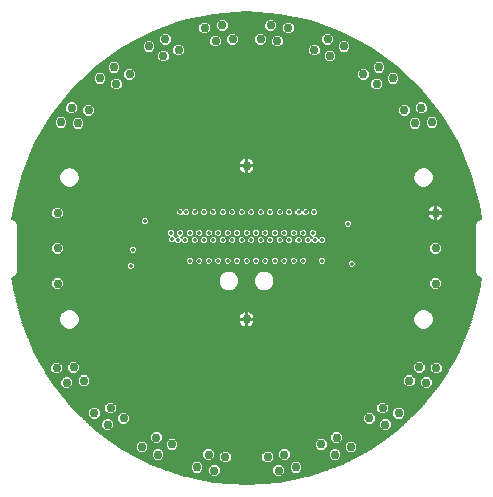
<source format=gbl>
G75*
%MOIN*%
%OFA0B0*%
%FSLAX25Y25*%
%IPPOS*%
%LPD*%
%AMOC8*
5,1,8,0,0,1.08239X$1,22.5*
%
%ADD10C,0.02953*%
%ADD11C,0.01387*%
%ADD12C,0.00500*%
D10*
X0054999Y0051266D03*
X0059506Y0047405D03*
X0060447Y0052948D03*
X0064845Y0049494D03*
X0070940Y0039995D03*
X0075766Y0043029D03*
X0076293Y0037431D03*
X0080909Y0040831D03*
X0089255Y0033233D03*
X0093131Y0037413D03*
X0098668Y0036621D03*
X0095089Y0032142D03*
X0112887Y0036621D03*
X0116466Y0032142D03*
X0122301Y0033233D03*
X0118424Y0037413D03*
X0130646Y0040831D03*
X0135789Y0043029D03*
X0135262Y0037431D03*
X0140615Y0039995D03*
X0146710Y0049494D03*
X0151109Y0052948D03*
X0152049Y0047405D03*
X0156556Y0051266D03*
X0159984Y0062019D03*
X0163339Y0066494D03*
X0169036Y0066280D03*
X0165682Y0061383D03*
X0168770Y0094360D03*
X0168770Y0106171D03*
X0168770Y0117982D03*
X0167606Y0148246D03*
X0164082Y0153023D03*
X0161919Y0147833D03*
X0158410Y0152188D03*
X0154609Y0162815D03*
X0149970Y0166517D03*
X0149223Y0160944D03*
X0144707Y0164243D03*
X0138285Y0173523D03*
X0133567Y0170322D03*
X0128350Y0172339D03*
X0132845Y0175898D03*
X0119745Y0179642D03*
X0116017Y0175329D03*
X0110456Y0175927D03*
X0113876Y0180528D03*
X0101100Y0175927D03*
X0095539Y0175329D03*
X0091810Y0179642D03*
X0097679Y0180528D03*
X0083205Y0172339D03*
X0078710Y0175898D03*
X0077988Y0170322D03*
X0073271Y0173523D03*
X0066848Y0164243D03*
X0062332Y0160944D03*
X0056946Y0162815D03*
X0061585Y0166517D03*
X0053145Y0152188D03*
X0049636Y0147833D03*
X0047473Y0153023D03*
X0043950Y0148246D03*
X0042785Y0117982D03*
X0042785Y0106171D03*
X0042785Y0094360D03*
X0048216Y0066494D03*
X0042519Y0066280D03*
X0045873Y0061383D03*
X0051571Y0062019D03*
X0105778Y0082549D03*
X0105778Y0133730D03*
D11*
X0105778Y0145541D03*
X0105778Y0161289D03*
X0125463Y0161289D03*
X0125463Y0145541D03*
X0141211Y0153415D03*
X0160896Y0137667D03*
X0172707Y0137667D03*
X0180581Y0121919D03*
X0180581Y0106171D03*
X0164833Y0121919D03*
X0149085Y0121919D03*
X0139636Y0114439D03*
X0135305Y0109321D03*
X0130974Y0108927D03*
X0129833Y0110581D03*
X0128612Y0108927D03*
X0126250Y0108927D03*
X0124675Y0111289D03*
X0123100Y0108927D03*
X0121526Y0111289D03*
X0119951Y0108927D03*
X0118376Y0111289D03*
X0116801Y0108927D03*
X0115226Y0111289D03*
X0113652Y0108927D03*
X0112077Y0111289D03*
X0110502Y0108927D03*
X0108927Y0111289D03*
X0107352Y0108927D03*
X0105778Y0111289D03*
X0104203Y0108927D03*
X0102628Y0111289D03*
X0101053Y0108927D03*
X0099478Y0111289D03*
X0097904Y0108927D03*
X0096329Y0111289D03*
X0094754Y0108927D03*
X0093179Y0111289D03*
X0091604Y0108927D03*
X0090030Y0111289D03*
X0088455Y0108927D03*
X0086880Y0111289D03*
X0085305Y0108927D03*
X0082943Y0108927D03*
X0080974Y0109321D03*
X0080581Y0111289D03*
X0083730Y0111289D03*
X0083730Y0118179D03*
X0085699Y0118179D03*
X0088455Y0118179D03*
X0091604Y0118179D03*
X0094754Y0118179D03*
X0097904Y0118179D03*
X0101053Y0118179D03*
X0104203Y0118179D03*
X0107352Y0118179D03*
X0110502Y0118179D03*
X0113652Y0118179D03*
X0116801Y0118179D03*
X0119951Y0118179D03*
X0123100Y0118179D03*
X0125463Y0118179D03*
X0128219Y0118179D03*
X0127825Y0111289D03*
X0130974Y0102037D03*
X0135305Y0103022D03*
X0140817Y0101053D03*
X0149085Y0106171D03*
X0160896Y0102234D03*
X0153022Y0086486D03*
X0156959Y0078612D03*
X0141211Y0090423D03*
X0124675Y0102037D03*
X0121526Y0102037D03*
X0118376Y0102037D03*
X0115226Y0102037D03*
X0112077Y0102037D03*
X0110502Y0099675D03*
X0108927Y0102037D03*
X0105778Y0102037D03*
X0102628Y0102037D03*
X0099478Y0102037D03*
X0096329Y0102037D03*
X0093179Y0102037D03*
X0090030Y0102037D03*
X0086880Y0102037D03*
X0071919Y0115226D03*
X0067982Y0105778D03*
X0067195Y0100266D03*
X0058533Y0090423D03*
X0050659Y0094360D03*
X0034911Y0098297D03*
X0034911Y0086486D03*
X0038848Y0078612D03*
X0034911Y0110108D03*
X0034911Y0125856D03*
X0038848Y0137667D03*
X0054596Y0129793D03*
X0050659Y0121919D03*
X0058533Y0121919D03*
X0086093Y0141604D03*
X0086093Y0153415D03*
X0086093Y0165226D03*
X0070344Y0153415D03*
X0126644Y0127234D03*
X0145148Y0133730D03*
X0180581Y0090423D03*
X0176644Y0078612D03*
X0137274Y0051053D03*
X0129400Y0058927D03*
X0105778Y0058927D03*
X0105778Y0066801D03*
X0086093Y0058927D03*
X0086093Y0051053D03*
X0105778Y0047116D03*
X0105778Y0039242D03*
X0105778Y0035305D03*
D12*
X0053917Y0049341D02*
X0051662Y0049341D01*
X0052183Y0048842D02*
X0057937Y0048842D01*
X0057438Y0048344D02*
X0052704Y0048344D01*
X0053226Y0047845D02*
X0057380Y0047845D01*
X0057380Y0048286D02*
X0057380Y0046524D01*
X0058625Y0045278D01*
X0060387Y0045278D01*
X0061633Y0046524D01*
X0061633Y0048286D01*
X0060387Y0049531D01*
X0058625Y0049531D01*
X0057380Y0048286D01*
X0057380Y0047347D02*
X0053747Y0047347D01*
X0054268Y0046848D02*
X0057380Y0046848D01*
X0057554Y0046350D02*
X0054790Y0046350D01*
X0055311Y0045851D02*
X0058053Y0045851D01*
X0058551Y0045353D02*
X0055947Y0045353D01*
X0055484Y0045686D02*
X0047602Y0053223D01*
X0040839Y0061776D01*
X0035324Y0071183D01*
X0031162Y0081262D01*
X0028435Y0091820D01*
X0027765Y0096288D01*
X0028827Y0096901D01*
X0028827Y0096901D01*
X0028827Y0096901D01*
X0029482Y0098036D01*
X0029482Y0114307D01*
X0028827Y0115441D01*
X0028827Y0115441D01*
X0028827Y0115441D01*
X0027765Y0116054D01*
X0028435Y0120523D01*
X0031162Y0131080D01*
X0035324Y0141159D01*
X0040839Y0150566D01*
X0047602Y0159120D01*
X0055484Y0166656D01*
X0064331Y0173030D01*
X0073975Y0178119D01*
X0084230Y0181826D01*
X0094899Y0184079D01*
X0105778Y0184834D01*
X0116656Y0184079D01*
X0127325Y0181826D01*
X0137580Y0178119D01*
X0147224Y0173030D01*
X0156072Y0166656D01*
X0163953Y0159120D01*
X0170716Y0150566D01*
X0176231Y0141159D01*
X0180393Y0131080D01*
X0183121Y0120523D01*
X0183790Y0116054D01*
X0182728Y0115441D01*
X0182073Y0114307D01*
X0182073Y0098036D01*
X0182728Y0096901D01*
X0183790Y0096288D01*
X0183121Y0091820D01*
X0180393Y0081262D01*
X0176231Y0071183D01*
X0170716Y0061776D01*
X0163953Y0053223D01*
X0156072Y0045686D01*
X0147224Y0039313D01*
X0137580Y0034223D01*
X0127325Y0030517D01*
X0116656Y0028264D01*
X0105778Y0027508D01*
X0094899Y0028264D01*
X0084230Y0030517D01*
X0073975Y0034223D01*
X0064331Y0039313D01*
X0055484Y0045686D01*
X0056639Y0044854D02*
X0074584Y0044854D01*
X0074886Y0045156D02*
X0073640Y0043910D01*
X0073640Y0042149D01*
X0074886Y0040903D01*
X0076647Y0040903D01*
X0077893Y0042149D01*
X0077893Y0043910D01*
X0076647Y0045156D01*
X0074886Y0045156D01*
X0074086Y0044356D02*
X0057331Y0044356D01*
X0058023Y0043857D02*
X0073640Y0043857D01*
X0073640Y0043359D02*
X0058714Y0043359D01*
X0059406Y0042860D02*
X0073640Y0042860D01*
X0073640Y0042362D02*
X0060098Y0042362D01*
X0060790Y0041863D02*
X0069801Y0041863D01*
X0070059Y0042121D02*
X0068813Y0040875D01*
X0068813Y0039114D01*
X0070059Y0037868D01*
X0071821Y0037868D01*
X0073066Y0039114D01*
X0073066Y0040875D01*
X0071821Y0042121D01*
X0070059Y0042121D01*
X0069303Y0041365D02*
X0061482Y0041365D01*
X0062174Y0040866D02*
X0068813Y0040866D01*
X0068813Y0040368D02*
X0062866Y0040368D01*
X0063558Y0039869D02*
X0068813Y0039869D01*
X0068813Y0039371D02*
X0064250Y0039371D01*
X0065165Y0038872D02*
X0069055Y0038872D01*
X0069554Y0038374D02*
X0066110Y0038374D01*
X0067055Y0037875D02*
X0070052Y0037875D01*
X0068944Y0036878D02*
X0074166Y0036878D01*
X0074166Y0036551D02*
X0075412Y0035305D01*
X0077174Y0035305D01*
X0078419Y0036551D01*
X0078419Y0038312D01*
X0077174Y0039558D01*
X0075412Y0039558D01*
X0074166Y0038312D01*
X0074166Y0036551D01*
X0074337Y0036380D02*
X0069889Y0036380D01*
X0070834Y0035881D02*
X0074836Y0035881D01*
X0075334Y0035383D02*
X0071778Y0035383D01*
X0072723Y0034884D02*
X0087899Y0034884D01*
X0088374Y0035359D02*
X0087128Y0034114D01*
X0087128Y0032352D01*
X0088374Y0031107D01*
X0090135Y0031107D01*
X0091381Y0032352D01*
X0091381Y0034114D01*
X0090135Y0035359D01*
X0088374Y0035359D01*
X0087400Y0034386D02*
X0073668Y0034386D01*
X0074905Y0033887D02*
X0087128Y0033887D01*
X0087128Y0033389D02*
X0076285Y0033389D01*
X0077664Y0032890D02*
X0087128Y0032890D01*
X0087128Y0032392D02*
X0079043Y0032392D01*
X0080422Y0031893D02*
X0087587Y0031893D01*
X0088086Y0031395D02*
X0081801Y0031395D01*
X0083181Y0030896D02*
X0093328Y0030896D01*
X0092962Y0031262D02*
X0094208Y0030016D01*
X0095969Y0030016D01*
X0097215Y0031262D01*
X0097215Y0033023D01*
X0095969Y0034269D01*
X0094208Y0034269D01*
X0092962Y0033023D01*
X0092962Y0031262D01*
X0092962Y0031395D02*
X0090423Y0031395D01*
X0090922Y0031893D02*
X0092962Y0031893D01*
X0092962Y0032392D02*
X0091381Y0032392D01*
X0091381Y0032890D02*
X0092962Y0032890D01*
X0093328Y0033389D02*
X0091381Y0033389D01*
X0091381Y0033887D02*
X0093826Y0033887D01*
X0094012Y0035287D02*
X0092250Y0035287D01*
X0091005Y0036533D01*
X0091005Y0038294D01*
X0092250Y0039540D01*
X0094012Y0039540D01*
X0095258Y0038294D01*
X0095258Y0036533D01*
X0094012Y0035287D01*
X0094108Y0035383D02*
X0096899Y0035383D01*
X0096542Y0035740D02*
X0097787Y0034495D01*
X0099549Y0034495D01*
X0100794Y0035740D01*
X0100794Y0037502D01*
X0099549Y0038748D01*
X0097787Y0038748D01*
X0096542Y0037502D01*
X0096542Y0035740D01*
X0096542Y0035881D02*
X0094606Y0035881D01*
X0095105Y0036380D02*
X0096542Y0036380D01*
X0096542Y0036878D02*
X0095258Y0036878D01*
X0095258Y0037377D02*
X0096542Y0037377D01*
X0096915Y0037875D02*
X0095258Y0037875D01*
X0095178Y0038374D02*
X0097413Y0038374D01*
X0099923Y0038374D02*
X0111632Y0038374D01*
X0112006Y0038748D02*
X0110761Y0037502D01*
X0110761Y0035740D01*
X0112006Y0034495D01*
X0113768Y0034495D01*
X0115014Y0035740D01*
X0115014Y0037502D01*
X0113768Y0038748D01*
X0112006Y0038748D01*
X0111134Y0037875D02*
X0100421Y0037875D01*
X0100794Y0037377D02*
X0110761Y0037377D01*
X0110761Y0036878D02*
X0100794Y0036878D01*
X0100794Y0036380D02*
X0110761Y0036380D01*
X0110761Y0035881D02*
X0100794Y0035881D01*
X0100437Y0035383D02*
X0111119Y0035383D01*
X0111617Y0034884D02*
X0099938Y0034884D01*
X0097398Y0034884D02*
X0090610Y0034884D01*
X0091109Y0034386D02*
X0120446Y0034386D01*
X0120174Y0034114D02*
X0120174Y0032352D01*
X0121420Y0031107D01*
X0123181Y0031107D01*
X0124427Y0032352D01*
X0124427Y0034114D01*
X0123181Y0035359D01*
X0121420Y0035359D01*
X0120174Y0034114D01*
X0120174Y0033887D02*
X0117729Y0033887D01*
X0117347Y0034269D02*
X0115586Y0034269D01*
X0114340Y0033023D01*
X0114340Y0031262D01*
X0115586Y0030016D01*
X0117347Y0030016D01*
X0118593Y0031262D01*
X0118593Y0033023D01*
X0117347Y0034269D01*
X0117543Y0035287D02*
X0119305Y0035287D01*
X0120550Y0036533D01*
X0120550Y0038294D01*
X0119305Y0039540D01*
X0117543Y0039540D01*
X0116298Y0038294D01*
X0116298Y0036533D01*
X0117543Y0035287D01*
X0117448Y0035383D02*
X0114656Y0035383D01*
X0115014Y0035881D02*
X0116949Y0035881D01*
X0116451Y0036380D02*
X0115014Y0036380D01*
X0115014Y0036878D02*
X0116298Y0036878D01*
X0116298Y0037377D02*
X0115014Y0037377D01*
X0114640Y0037875D02*
X0116298Y0037875D01*
X0116377Y0038374D02*
X0114142Y0038374D01*
X0116876Y0038872D02*
X0094680Y0038872D01*
X0094181Y0039371D02*
X0117374Y0039371D01*
X0119474Y0039371D02*
X0129099Y0039371D01*
X0128601Y0039869D02*
X0082955Y0039869D01*
X0083036Y0039950D02*
X0081790Y0038705D01*
X0080029Y0038705D01*
X0078783Y0039950D01*
X0078783Y0041712D01*
X0080029Y0042958D01*
X0081790Y0042958D01*
X0083036Y0041712D01*
X0083036Y0039950D01*
X0083036Y0040368D02*
X0128519Y0040368D01*
X0128519Y0039950D02*
X0129765Y0038705D01*
X0131527Y0038705D01*
X0132772Y0039950D01*
X0132772Y0041712D01*
X0131527Y0042958D01*
X0129765Y0042958D01*
X0128519Y0041712D01*
X0128519Y0039950D01*
X0128519Y0040866D02*
X0083036Y0040866D01*
X0083036Y0041365D02*
X0128519Y0041365D01*
X0128671Y0041863D02*
X0082884Y0041863D01*
X0082386Y0042362D02*
X0129169Y0042362D01*
X0129668Y0042860D02*
X0081887Y0042860D01*
X0079931Y0042860D02*
X0077893Y0042860D01*
X0077893Y0042362D02*
X0079433Y0042362D01*
X0078934Y0041863D02*
X0077607Y0041863D01*
X0077109Y0041365D02*
X0078783Y0041365D01*
X0078783Y0040866D02*
X0073066Y0040866D01*
X0073066Y0040368D02*
X0078783Y0040368D01*
X0078864Y0039869D02*
X0073066Y0039869D01*
X0073066Y0039371D02*
X0075225Y0039371D01*
X0074727Y0038872D02*
X0072824Y0038872D01*
X0072326Y0038374D02*
X0074228Y0038374D01*
X0074166Y0037875D02*
X0071827Y0037875D01*
X0074166Y0037377D02*
X0067999Y0037377D01*
X0072078Y0041863D02*
X0073925Y0041863D01*
X0074424Y0041365D02*
X0072577Y0041365D01*
X0077361Y0039371D02*
X0079363Y0039371D01*
X0079861Y0038872D02*
X0077859Y0038872D01*
X0078358Y0038374D02*
X0091084Y0038374D01*
X0091005Y0037875D02*
X0078419Y0037875D01*
X0078419Y0037377D02*
X0091005Y0037377D01*
X0091005Y0036878D02*
X0078419Y0036878D01*
X0078248Y0036380D02*
X0091158Y0036380D01*
X0091656Y0035881D02*
X0077750Y0035881D01*
X0077251Y0035383D02*
X0092155Y0035383D01*
X0091583Y0038872D02*
X0081958Y0038872D01*
X0082456Y0039371D02*
X0092081Y0039371D01*
X0096351Y0033887D02*
X0115204Y0033887D01*
X0114706Y0033389D02*
X0096850Y0033389D01*
X0097215Y0032890D02*
X0114340Y0032890D01*
X0114340Y0032392D02*
X0097215Y0032392D01*
X0097215Y0031893D02*
X0114340Y0031893D01*
X0114340Y0031395D02*
X0097215Y0031395D01*
X0096849Y0030896D02*
X0114706Y0030896D01*
X0115204Y0030398D02*
X0096351Y0030398D01*
X0093826Y0030398D02*
X0084795Y0030398D01*
X0087155Y0029899D02*
X0124400Y0029899D01*
X0123469Y0031395D02*
X0129754Y0031395D01*
X0131133Y0031893D02*
X0123968Y0031893D01*
X0124427Y0032392D02*
X0132512Y0032392D01*
X0133891Y0032890D02*
X0124427Y0032890D01*
X0124427Y0033389D02*
X0135271Y0033389D01*
X0136650Y0033887D02*
X0124427Y0033887D01*
X0124155Y0034386D02*
X0137888Y0034386D01*
X0138832Y0034884D02*
X0123656Y0034884D01*
X0120945Y0034884D02*
X0114157Y0034884D01*
X0118227Y0033389D02*
X0120174Y0033389D01*
X0120174Y0032890D02*
X0118593Y0032890D01*
X0118593Y0032392D02*
X0120174Y0032392D01*
X0120633Y0031893D02*
X0118593Y0031893D01*
X0118593Y0031395D02*
X0121132Y0031395D01*
X0122039Y0029401D02*
X0089516Y0029401D01*
X0091877Y0028902D02*
X0119678Y0028902D01*
X0117317Y0028403D02*
X0094238Y0028403D01*
X0100065Y0027905D02*
X0111491Y0027905D01*
X0117729Y0030398D02*
X0126761Y0030398D01*
X0128374Y0030896D02*
X0118227Y0030896D01*
X0119400Y0035383D02*
X0134304Y0035383D01*
X0134382Y0035305D02*
X0136143Y0035305D01*
X0137389Y0036551D01*
X0137389Y0038312D01*
X0136143Y0039558D01*
X0134382Y0039558D01*
X0133136Y0038312D01*
X0133136Y0036551D01*
X0134382Y0035305D01*
X0133805Y0035881D02*
X0119899Y0035881D01*
X0120397Y0036380D02*
X0133307Y0036380D01*
X0133136Y0036878D02*
X0120550Y0036878D01*
X0120550Y0037377D02*
X0133136Y0037377D01*
X0133136Y0037875D02*
X0120550Y0037875D01*
X0120471Y0038374D02*
X0133198Y0038374D01*
X0133696Y0038872D02*
X0131694Y0038872D01*
X0132192Y0039371D02*
X0134195Y0039371D01*
X0132691Y0039869D02*
X0138489Y0039869D01*
X0138489Y0039371D02*
X0136330Y0039371D01*
X0136829Y0038872D02*
X0138731Y0038872D01*
X0138489Y0039114D02*
X0139735Y0037868D01*
X0141496Y0037868D01*
X0142742Y0039114D01*
X0142742Y0040875D01*
X0141496Y0042121D01*
X0139735Y0042121D01*
X0138489Y0040875D01*
X0138489Y0039114D01*
X0139229Y0038374D02*
X0137327Y0038374D01*
X0137389Y0037875D02*
X0139728Y0037875D01*
X0141503Y0037875D02*
X0144500Y0037875D01*
X0143556Y0037377D02*
X0137389Y0037377D01*
X0137389Y0036878D02*
X0142611Y0036878D01*
X0141666Y0036380D02*
X0137218Y0036380D01*
X0136719Y0035881D02*
X0140722Y0035881D01*
X0139777Y0035383D02*
X0136221Y0035383D01*
X0138489Y0040368D02*
X0132772Y0040368D01*
X0132772Y0040866D02*
X0138489Y0040866D01*
X0138978Y0041365D02*
X0137131Y0041365D01*
X0136670Y0040903D02*
X0137915Y0042149D01*
X0137915Y0043910D01*
X0136670Y0045156D01*
X0134908Y0045156D01*
X0133662Y0043910D01*
X0133662Y0042149D01*
X0134908Y0040903D01*
X0136670Y0040903D01*
X0137630Y0041863D02*
X0139477Y0041863D01*
X0137915Y0042362D02*
X0151457Y0042362D01*
X0152149Y0042860D02*
X0137915Y0042860D01*
X0137915Y0043359D02*
X0152841Y0043359D01*
X0153533Y0043857D02*
X0137915Y0043857D01*
X0137470Y0044356D02*
X0154225Y0044356D01*
X0154917Y0044854D02*
X0136971Y0044854D01*
X0134607Y0044854D02*
X0076949Y0044854D01*
X0077447Y0044356D02*
X0134108Y0044356D01*
X0133662Y0043857D02*
X0077893Y0043857D01*
X0077893Y0043359D02*
X0133662Y0043359D01*
X0133662Y0042860D02*
X0131624Y0042860D01*
X0132122Y0042362D02*
X0133662Y0042362D01*
X0133948Y0041863D02*
X0132621Y0041863D01*
X0132772Y0041365D02*
X0134446Y0041365D01*
X0129598Y0038872D02*
X0119972Y0038872D01*
X0141754Y0041863D02*
X0150765Y0041863D01*
X0150073Y0041365D02*
X0142252Y0041365D01*
X0142742Y0040866D02*
X0149381Y0040866D01*
X0148689Y0040368D02*
X0142742Y0040368D01*
X0142742Y0039869D02*
X0147997Y0039869D01*
X0147305Y0039371D02*
X0142742Y0039371D01*
X0142500Y0038872D02*
X0146390Y0038872D01*
X0145445Y0038374D02*
X0142002Y0038374D01*
X0145829Y0047368D02*
X0147590Y0047368D01*
X0148836Y0048613D01*
X0148836Y0050375D01*
X0147590Y0051620D01*
X0145829Y0051620D01*
X0144583Y0050375D01*
X0144583Y0048613D01*
X0145829Y0047368D01*
X0145351Y0047845D02*
X0066204Y0047845D01*
X0065726Y0047368D02*
X0063965Y0047368D01*
X0062719Y0048613D01*
X0062719Y0050375D01*
X0063965Y0051620D01*
X0065726Y0051620D01*
X0066972Y0050375D01*
X0066972Y0048613D01*
X0065726Y0047368D01*
X0066703Y0048344D02*
X0144853Y0048344D01*
X0144583Y0048842D02*
X0066972Y0048842D01*
X0066972Y0049341D02*
X0144583Y0049341D01*
X0144583Y0049839D02*
X0066972Y0049839D01*
X0066972Y0050338D02*
X0144583Y0050338D01*
X0145045Y0050837D02*
X0066510Y0050837D01*
X0066012Y0051335D02*
X0145544Y0051335D01*
X0147876Y0051335D02*
X0149715Y0051335D01*
X0150213Y0050837D02*
X0148374Y0050837D01*
X0148836Y0050338D02*
X0154477Y0050338D01*
X0154430Y0050385D02*
X0155675Y0049140D01*
X0157437Y0049140D01*
X0158682Y0050385D01*
X0158682Y0052147D01*
X0157437Y0053393D01*
X0155675Y0053393D01*
X0154430Y0052147D01*
X0154430Y0050385D01*
X0154430Y0050837D02*
X0152004Y0050837D01*
X0151989Y0050822D02*
X0153235Y0052068D01*
X0153235Y0053829D01*
X0151989Y0055075D01*
X0150228Y0055075D01*
X0148982Y0053829D01*
X0148982Y0052068D01*
X0150228Y0050822D01*
X0151989Y0050822D01*
X0152502Y0051335D02*
X0154430Y0051335D01*
X0154430Y0051834D02*
X0153001Y0051834D01*
X0153235Y0052332D02*
X0154615Y0052332D01*
X0155113Y0052831D02*
X0153235Y0052831D01*
X0153235Y0053329D02*
X0155612Y0053329D01*
X0157500Y0053329D02*
X0164037Y0053329D01*
X0164431Y0053828D02*
X0153235Y0053828D01*
X0152738Y0054326D02*
X0164825Y0054326D01*
X0165219Y0054825D02*
X0152239Y0054825D01*
X0149978Y0054825D02*
X0061578Y0054825D01*
X0061327Y0055075D02*
X0059566Y0055075D01*
X0058320Y0053829D01*
X0058320Y0052068D01*
X0059566Y0050822D01*
X0061327Y0050822D01*
X0062573Y0052068D01*
X0062573Y0053829D01*
X0061327Y0055075D01*
X0062076Y0054326D02*
X0149479Y0054326D01*
X0148982Y0053828D02*
X0062573Y0053828D01*
X0062573Y0053329D02*
X0148982Y0053329D01*
X0148982Y0052831D02*
X0062573Y0052831D01*
X0062573Y0052332D02*
X0148982Y0052332D01*
X0149216Y0051834D02*
X0062339Y0051834D01*
X0061840Y0051335D02*
X0063679Y0051335D01*
X0063181Y0050837D02*
X0061342Y0050837D01*
X0062719Y0050338D02*
X0057078Y0050338D01*
X0057125Y0050385D02*
X0055880Y0049140D01*
X0054118Y0049140D01*
X0052873Y0050385D01*
X0052873Y0052147D01*
X0054118Y0053393D01*
X0055880Y0053393D01*
X0057125Y0052147D01*
X0057125Y0050385D01*
X0057125Y0050837D02*
X0059551Y0050837D01*
X0059053Y0051335D02*
X0057125Y0051335D01*
X0057125Y0051834D02*
X0058554Y0051834D01*
X0058320Y0052332D02*
X0056940Y0052332D01*
X0056442Y0052831D02*
X0058320Y0052831D01*
X0058320Y0053329D02*
X0055943Y0053329D01*
X0054055Y0053329D02*
X0047518Y0053329D01*
X0047124Y0053828D02*
X0058320Y0053828D01*
X0058817Y0054326D02*
X0046730Y0054326D01*
X0046336Y0054825D02*
X0059316Y0054825D01*
X0056579Y0049839D02*
X0062719Y0049839D01*
X0062719Y0049341D02*
X0060577Y0049341D01*
X0061076Y0048842D02*
X0062719Y0048842D01*
X0062988Y0048344D02*
X0061574Y0048344D01*
X0061633Y0047845D02*
X0063487Y0047845D01*
X0061633Y0047347D02*
X0149922Y0047347D01*
X0149922Y0047845D02*
X0148068Y0047845D01*
X0148567Y0048344D02*
X0149981Y0048344D01*
X0149922Y0048286D02*
X0149922Y0046524D01*
X0151168Y0045278D01*
X0152930Y0045278D01*
X0154175Y0046524D01*
X0154175Y0048286D01*
X0152930Y0049531D01*
X0151168Y0049531D01*
X0149922Y0048286D01*
X0150479Y0048842D02*
X0148836Y0048842D01*
X0148836Y0049341D02*
X0150978Y0049341D01*
X0153120Y0049341D02*
X0155474Y0049341D01*
X0154976Y0049839D02*
X0148836Y0049839D01*
X0149922Y0046848D02*
X0061633Y0046848D01*
X0061458Y0046350D02*
X0150097Y0046350D01*
X0150595Y0045851D02*
X0060960Y0045851D01*
X0060461Y0045353D02*
X0151094Y0045353D01*
X0153004Y0045353D02*
X0155609Y0045353D01*
X0156244Y0045851D02*
X0153503Y0045851D01*
X0154001Y0046350D02*
X0156765Y0046350D01*
X0157287Y0046848D02*
X0154175Y0046848D01*
X0154175Y0047347D02*
X0157808Y0047347D01*
X0158329Y0047845D02*
X0154175Y0047845D01*
X0154117Y0048344D02*
X0158851Y0048344D01*
X0159372Y0048842D02*
X0153618Y0048842D01*
X0157638Y0049341D02*
X0159893Y0049341D01*
X0160415Y0049839D02*
X0158136Y0049839D01*
X0158635Y0050338D02*
X0160936Y0050338D01*
X0161457Y0050837D02*
X0158682Y0050837D01*
X0158682Y0051335D02*
X0161979Y0051335D01*
X0162500Y0051834D02*
X0158682Y0051834D01*
X0158497Y0052332D02*
X0163021Y0052332D01*
X0163543Y0052831D02*
X0157999Y0052831D01*
X0159103Y0059893D02*
X0160865Y0059893D01*
X0162110Y0061138D01*
X0162110Y0062900D01*
X0160865Y0064146D01*
X0159103Y0064146D01*
X0157858Y0062900D01*
X0157858Y0061138D01*
X0159103Y0059893D01*
X0158688Y0060308D02*
X0052867Y0060308D01*
X0052452Y0059893D02*
X0050690Y0059893D01*
X0049445Y0061138D01*
X0049445Y0062900D01*
X0050690Y0064146D01*
X0052452Y0064146D01*
X0053697Y0062900D01*
X0053697Y0061138D01*
X0052452Y0059893D01*
X0053366Y0060807D02*
X0158189Y0060807D01*
X0157858Y0061305D02*
X0053697Y0061305D01*
X0053697Y0061804D02*
X0157858Y0061804D01*
X0157858Y0062302D02*
X0053697Y0062302D01*
X0053697Y0062801D02*
X0157858Y0062801D01*
X0158257Y0063299D02*
X0053298Y0063299D01*
X0052800Y0063798D02*
X0158756Y0063798D01*
X0161213Y0063798D02*
X0171901Y0063798D01*
X0172193Y0064296D02*
X0170060Y0064296D01*
X0169917Y0064153D02*
X0171163Y0065399D01*
X0171163Y0067160D01*
X0169917Y0068406D01*
X0168155Y0068406D01*
X0166910Y0067160D01*
X0166910Y0065399D01*
X0168155Y0064153D01*
X0169917Y0064153D01*
X0170559Y0064795D02*
X0172486Y0064795D01*
X0172778Y0065293D02*
X0171057Y0065293D01*
X0171163Y0065792D02*
X0173070Y0065792D01*
X0173363Y0066290D02*
X0171163Y0066290D01*
X0171163Y0066789D02*
X0173655Y0066789D01*
X0173947Y0067287D02*
X0171036Y0067287D01*
X0170537Y0067786D02*
X0174239Y0067786D01*
X0174532Y0068284D02*
X0170039Y0068284D01*
X0168034Y0068284D02*
X0164556Y0068284D01*
X0164220Y0068621D02*
X0162458Y0068621D01*
X0161213Y0067375D01*
X0161213Y0065614D01*
X0162458Y0064368D01*
X0164220Y0064368D01*
X0165465Y0065614D01*
X0165465Y0067375D01*
X0164220Y0068621D01*
X0165055Y0067786D02*
X0167535Y0067786D01*
X0167037Y0067287D02*
X0165465Y0067287D01*
X0165465Y0066789D02*
X0166910Y0066789D01*
X0166910Y0066290D02*
X0165465Y0066290D01*
X0165465Y0065792D02*
X0166910Y0065792D01*
X0167015Y0065293D02*
X0165145Y0065293D01*
X0164646Y0064795D02*
X0167514Y0064795D01*
X0168012Y0064296D02*
X0043543Y0064296D01*
X0043400Y0064153D02*
X0041638Y0064153D01*
X0040392Y0065399D01*
X0040392Y0067160D01*
X0041638Y0068406D01*
X0043400Y0068406D01*
X0044645Y0067160D01*
X0044645Y0065399D01*
X0043400Y0064153D01*
X0044041Y0064795D02*
X0046909Y0064795D01*
X0047335Y0064368D02*
X0049097Y0064368D01*
X0050343Y0065614D01*
X0050343Y0067375D01*
X0049097Y0068621D01*
X0047335Y0068621D01*
X0046090Y0067375D01*
X0046090Y0065614D01*
X0047335Y0064368D01*
X0046754Y0063510D02*
X0044992Y0063510D01*
X0043747Y0062264D01*
X0043747Y0060502D01*
X0044992Y0059257D01*
X0046754Y0059257D01*
X0047999Y0060502D01*
X0047999Y0062264D01*
X0046754Y0063510D01*
X0046964Y0063299D02*
X0049844Y0063299D01*
X0049445Y0062801D02*
X0047463Y0062801D01*
X0047961Y0062302D02*
X0049445Y0062302D01*
X0049445Y0061804D02*
X0047999Y0061804D01*
X0047999Y0061305D02*
X0049445Y0061305D01*
X0049776Y0060807D02*
X0047999Y0060807D01*
X0047805Y0060308D02*
X0050275Y0060308D01*
X0047307Y0059810D02*
X0164248Y0059810D01*
X0163750Y0060308D02*
X0161280Y0060308D01*
X0161779Y0060807D02*
X0163556Y0060807D01*
X0163556Y0060502D02*
X0164801Y0059257D01*
X0166563Y0059257D01*
X0167808Y0060502D01*
X0167808Y0062264D01*
X0166563Y0063510D01*
X0164801Y0063510D01*
X0163556Y0062264D01*
X0163556Y0060502D01*
X0163556Y0061305D02*
X0162110Y0061305D01*
X0162110Y0061804D02*
X0163556Y0061804D01*
X0163594Y0062302D02*
X0162110Y0062302D01*
X0162110Y0062801D02*
X0164093Y0062801D01*
X0164591Y0063299D02*
X0161711Y0063299D01*
X0162031Y0064795D02*
X0049524Y0064795D01*
X0050022Y0065293D02*
X0161533Y0065293D01*
X0161213Y0065792D02*
X0050343Y0065792D01*
X0050343Y0066290D02*
X0161213Y0066290D01*
X0161213Y0066789D02*
X0050343Y0066789D01*
X0050343Y0067287D02*
X0161213Y0067287D01*
X0161623Y0067786D02*
X0049932Y0067786D01*
X0049433Y0068284D02*
X0162122Y0068284D01*
X0166773Y0063299D02*
X0171609Y0063299D01*
X0171317Y0062801D02*
X0167272Y0062801D01*
X0167770Y0062302D02*
X0171024Y0062302D01*
X0170732Y0061804D02*
X0167808Y0061804D01*
X0167808Y0061305D02*
X0170343Y0061305D01*
X0169949Y0060807D02*
X0167808Y0060807D01*
X0167614Y0060308D02*
X0169555Y0060308D01*
X0169161Y0059810D02*
X0167116Y0059810D01*
X0166617Y0059311D02*
X0168767Y0059311D01*
X0168373Y0058813D02*
X0043183Y0058813D01*
X0043577Y0058314D02*
X0167978Y0058314D01*
X0167584Y0057816D02*
X0043971Y0057816D01*
X0044365Y0057317D02*
X0167190Y0057317D01*
X0166796Y0056819D02*
X0044759Y0056819D01*
X0045153Y0056320D02*
X0166402Y0056320D01*
X0166008Y0055822D02*
X0045547Y0055822D01*
X0045942Y0055323D02*
X0165613Y0055323D01*
X0164747Y0059311D02*
X0046808Y0059311D01*
X0044938Y0059311D02*
X0042788Y0059311D01*
X0042394Y0059810D02*
X0044439Y0059810D01*
X0043941Y0060308D02*
X0042000Y0060308D01*
X0041606Y0060807D02*
X0043747Y0060807D01*
X0043747Y0061305D02*
X0041212Y0061305D01*
X0040823Y0061804D02*
X0043747Y0061804D01*
X0043785Y0062302D02*
X0040531Y0062302D01*
X0040239Y0062801D02*
X0044284Y0062801D01*
X0044782Y0063299D02*
X0039946Y0063299D01*
X0039654Y0063798D02*
X0050342Y0063798D01*
X0046410Y0065293D02*
X0044540Y0065293D01*
X0044645Y0065792D02*
X0046090Y0065792D01*
X0046090Y0066290D02*
X0044645Y0066290D01*
X0044645Y0066789D02*
X0046090Y0066789D01*
X0046090Y0067287D02*
X0044518Y0067287D01*
X0044020Y0067786D02*
X0046500Y0067786D01*
X0046999Y0068284D02*
X0043521Y0068284D01*
X0041517Y0068284D02*
X0037023Y0068284D01*
X0037316Y0067786D02*
X0041018Y0067786D01*
X0040520Y0067287D02*
X0037608Y0067287D01*
X0037900Y0066789D02*
X0040392Y0066789D01*
X0040392Y0066290D02*
X0038193Y0066290D01*
X0038485Y0065792D02*
X0040392Y0065792D01*
X0040498Y0065293D02*
X0038777Y0065293D01*
X0039069Y0064795D02*
X0040996Y0064795D01*
X0041495Y0064296D02*
X0039362Y0064296D01*
X0036731Y0068783D02*
X0174824Y0068783D01*
X0175116Y0069281D02*
X0036439Y0069281D01*
X0036147Y0069780D02*
X0175409Y0069780D01*
X0175701Y0070278D02*
X0035854Y0070278D01*
X0035562Y0070777D02*
X0175993Y0070777D01*
X0176269Y0071275D02*
X0035286Y0071275D01*
X0035080Y0071774D02*
X0176475Y0071774D01*
X0176681Y0072272D02*
X0034874Y0072272D01*
X0034668Y0072771D02*
X0176887Y0072771D01*
X0177093Y0073270D02*
X0034462Y0073270D01*
X0034257Y0073768D02*
X0177299Y0073768D01*
X0177504Y0074267D02*
X0034051Y0074267D01*
X0033845Y0074765D02*
X0177710Y0074765D01*
X0177916Y0075264D02*
X0033639Y0075264D01*
X0033433Y0075762D02*
X0178122Y0075762D01*
X0178328Y0076261D02*
X0033227Y0076261D01*
X0033022Y0076759D02*
X0178534Y0076759D01*
X0178739Y0077258D02*
X0032816Y0077258D01*
X0032610Y0077756D02*
X0178945Y0077756D01*
X0179151Y0078255D02*
X0032404Y0078255D01*
X0032198Y0078753D02*
X0179357Y0078753D01*
X0179563Y0079252D02*
X0165780Y0079252D01*
X0165511Y0079140D02*
X0166764Y0079659D01*
X0167723Y0080618D01*
X0168242Y0081871D01*
X0168242Y0083227D01*
X0167723Y0084480D01*
X0166764Y0085439D01*
X0165511Y0085958D01*
X0164155Y0085958D01*
X0162902Y0085439D01*
X0161943Y0084480D01*
X0161424Y0083227D01*
X0161424Y0081871D01*
X0161943Y0080618D01*
X0162902Y0079659D01*
X0164155Y0079140D01*
X0165511Y0079140D01*
X0166855Y0079750D02*
X0179769Y0079750D01*
X0179974Y0080249D02*
X0167353Y0080249D01*
X0167776Y0080747D02*
X0180180Y0080747D01*
X0180386Y0081246D02*
X0167983Y0081246D01*
X0168189Y0081744D02*
X0180517Y0081744D01*
X0180646Y0082243D02*
X0168242Y0082243D01*
X0168242Y0082741D02*
X0180775Y0082741D01*
X0180904Y0083240D02*
X0168237Y0083240D01*
X0168030Y0083738D02*
X0181033Y0083738D01*
X0181161Y0084237D02*
X0167824Y0084237D01*
X0167468Y0084735D02*
X0181290Y0084735D01*
X0181419Y0085234D02*
X0166969Y0085234D01*
X0166056Y0085732D02*
X0181548Y0085732D01*
X0181677Y0086231D02*
X0029879Y0086231D01*
X0029750Y0086729D02*
X0181805Y0086729D01*
X0181934Y0087228D02*
X0029621Y0087228D01*
X0029492Y0087726D02*
X0182063Y0087726D01*
X0182192Y0088225D02*
X0029363Y0088225D01*
X0029235Y0088723D02*
X0182321Y0088723D01*
X0182449Y0089222D02*
X0029106Y0089222D01*
X0028977Y0089720D02*
X0182578Y0089720D01*
X0182707Y0090219D02*
X0028848Y0090219D01*
X0028719Y0090717D02*
X0182836Y0090717D01*
X0182964Y0091216D02*
X0028591Y0091216D01*
X0028462Y0091714D02*
X0183093Y0091714D01*
X0183179Y0092213D02*
X0113031Y0092213D01*
X0113614Y0092454D02*
X0114573Y0093413D01*
X0115092Y0094666D01*
X0115092Y0096023D01*
X0114573Y0097276D01*
X0113614Y0098235D01*
X0112361Y0098754D01*
X0111005Y0098754D01*
X0109752Y0098235D01*
X0108793Y0097276D01*
X0108274Y0096023D01*
X0108274Y0094666D01*
X0108793Y0093413D01*
X0109752Y0092454D01*
X0111005Y0091935D01*
X0112361Y0091935D01*
X0113614Y0092454D01*
X0113871Y0092711D02*
X0167411Y0092711D01*
X0167889Y0092234D02*
X0169650Y0092234D01*
X0170896Y0093479D01*
X0170896Y0095241D01*
X0169650Y0096487D01*
X0167889Y0096487D01*
X0166643Y0095241D01*
X0166643Y0093479D01*
X0167889Y0092234D01*
X0166913Y0093210D02*
X0114370Y0093210D01*
X0114695Y0093708D02*
X0166643Y0093708D01*
X0166643Y0094207D02*
X0114902Y0094207D01*
X0115092Y0094705D02*
X0166643Y0094705D01*
X0166643Y0095204D02*
X0115092Y0095204D01*
X0115092Y0095703D02*
X0167105Y0095703D01*
X0167603Y0096201D02*
X0115018Y0096201D01*
X0114812Y0096700D02*
X0183078Y0096700D01*
X0182728Y0096901D02*
X0182728Y0096901D01*
X0182728Y0096901D01*
X0182557Y0097198D02*
X0114605Y0097198D01*
X0114152Y0097697D02*
X0182269Y0097697D01*
X0182073Y0098195D02*
X0113654Y0098195D01*
X0112506Y0098694D02*
X0182073Y0098694D01*
X0182073Y0099192D02*
X0068022Y0099192D01*
X0067751Y0098922D02*
X0068539Y0099709D01*
X0068539Y0100822D01*
X0067751Y0101609D01*
X0066638Y0101609D01*
X0065851Y0100822D01*
X0065851Y0099709D01*
X0066638Y0098922D01*
X0067751Y0098922D01*
X0068520Y0099691D02*
X0182073Y0099691D01*
X0182073Y0100189D02*
X0141853Y0100189D01*
X0142161Y0100497D02*
X0141373Y0099709D01*
X0140260Y0099709D01*
X0139473Y0100497D01*
X0139473Y0101610D01*
X0140260Y0102397D01*
X0141373Y0102397D01*
X0142161Y0101610D01*
X0142161Y0100497D01*
X0142161Y0100688D02*
X0182073Y0100688D01*
X0182073Y0101186D02*
X0142161Y0101186D01*
X0142086Y0101685D02*
X0182073Y0101685D01*
X0182073Y0102183D02*
X0141587Y0102183D01*
X0140047Y0102183D02*
X0132318Y0102183D01*
X0132318Y0102594D02*
X0131531Y0103381D01*
X0130418Y0103381D01*
X0129631Y0102594D01*
X0129631Y0101481D01*
X0130418Y0100694D01*
X0131531Y0100694D01*
X0132318Y0101481D01*
X0132318Y0102594D01*
X0132230Y0102682D02*
X0182073Y0102682D01*
X0182073Y0103180D02*
X0131732Y0103180D01*
X0130217Y0103180D02*
X0125433Y0103180D01*
X0125232Y0103381D02*
X0124119Y0103381D01*
X0123331Y0102594D01*
X0123331Y0101481D01*
X0124119Y0100694D01*
X0125232Y0100694D01*
X0126019Y0101481D01*
X0126019Y0102594D01*
X0125232Y0103381D01*
X0125931Y0102682D02*
X0129718Y0102682D01*
X0129631Y0102183D02*
X0126019Y0102183D01*
X0126019Y0101685D02*
X0129631Y0101685D01*
X0129925Y0101186D02*
X0125724Y0101186D01*
X0123626Y0101186D02*
X0122575Y0101186D01*
X0122869Y0101481D02*
X0122082Y0100694D01*
X0120969Y0100694D01*
X0120182Y0101481D01*
X0120182Y0102594D01*
X0120969Y0103381D01*
X0122082Y0103381D01*
X0122869Y0102594D01*
X0122869Y0101481D01*
X0122869Y0101685D02*
X0123331Y0101685D01*
X0123331Y0102183D02*
X0122869Y0102183D01*
X0122782Y0102682D02*
X0123419Y0102682D01*
X0123918Y0103180D02*
X0122283Y0103180D01*
X0120768Y0103180D02*
X0119133Y0103180D01*
X0118933Y0103381D02*
X0117819Y0103381D01*
X0117032Y0102594D01*
X0117032Y0101481D01*
X0117819Y0100694D01*
X0118933Y0100694D01*
X0119720Y0101481D01*
X0119720Y0102594D01*
X0118933Y0103381D01*
X0119632Y0102682D02*
X0120270Y0102682D01*
X0120182Y0102183D02*
X0119720Y0102183D01*
X0119720Y0101685D02*
X0120182Y0101685D01*
X0120477Y0101186D02*
X0119425Y0101186D01*
X0117327Y0101186D02*
X0116275Y0101186D01*
X0116570Y0101481D02*
X0115783Y0100694D01*
X0114670Y0100694D01*
X0113883Y0101481D01*
X0113883Y0102594D01*
X0114670Y0103381D01*
X0115783Y0103381D01*
X0116570Y0102594D01*
X0116570Y0101481D01*
X0116570Y0101685D02*
X0117032Y0101685D01*
X0117032Y0102183D02*
X0116570Y0102183D01*
X0116482Y0102682D02*
X0117120Y0102682D01*
X0117619Y0103180D02*
X0115984Y0103180D01*
X0114469Y0103180D02*
X0112834Y0103180D01*
X0112633Y0103381D02*
X0111520Y0103381D01*
X0110733Y0102594D01*
X0110733Y0101481D01*
X0111520Y0100694D01*
X0112633Y0100694D01*
X0113420Y0101481D01*
X0113420Y0102594D01*
X0112633Y0103381D01*
X0113333Y0102682D02*
X0113970Y0102682D01*
X0113883Y0102183D02*
X0113420Y0102183D01*
X0113420Y0101685D02*
X0113883Y0101685D01*
X0114177Y0101186D02*
X0113126Y0101186D01*
X0111028Y0101186D02*
X0109976Y0101186D01*
X0110271Y0101481D02*
X0109484Y0100694D01*
X0108371Y0100694D01*
X0107583Y0101481D01*
X0107583Y0102594D01*
X0108371Y0103381D01*
X0109484Y0103381D01*
X0110271Y0102594D01*
X0110271Y0101481D01*
X0110271Y0101685D02*
X0110733Y0101685D01*
X0110733Y0102183D02*
X0110271Y0102183D01*
X0110183Y0102682D02*
X0110821Y0102682D01*
X0111319Y0103180D02*
X0109685Y0103180D01*
X0108170Y0103180D02*
X0106535Y0103180D01*
X0106334Y0103381D02*
X0105221Y0103381D01*
X0104434Y0102594D01*
X0104434Y0101481D01*
X0105221Y0100694D01*
X0106334Y0100694D01*
X0107121Y0101481D01*
X0107121Y0102594D01*
X0106334Y0103381D01*
X0107034Y0102682D02*
X0107671Y0102682D01*
X0107583Y0102183D02*
X0107121Y0102183D01*
X0107121Y0101685D02*
X0107583Y0101685D01*
X0107878Y0101186D02*
X0106827Y0101186D01*
X0104729Y0101186D02*
X0103677Y0101186D01*
X0103972Y0101481D02*
X0103185Y0100694D01*
X0102071Y0100694D01*
X0101284Y0101481D01*
X0101284Y0102594D01*
X0102071Y0103381D01*
X0103185Y0103381D01*
X0103972Y0102594D01*
X0103972Y0101481D01*
X0103972Y0101685D02*
X0104434Y0101685D01*
X0104434Y0102183D02*
X0103972Y0102183D01*
X0103884Y0102682D02*
X0104522Y0102682D01*
X0105020Y0103180D02*
X0103385Y0103180D01*
X0101870Y0103180D02*
X0100236Y0103180D01*
X0100035Y0103381D02*
X0098922Y0103381D01*
X0098135Y0102594D01*
X0098135Y0101481D01*
X0098922Y0100694D01*
X0100035Y0100694D01*
X0100822Y0101481D01*
X0100822Y0102594D01*
X0100035Y0103381D01*
X0100734Y0102682D02*
X0101372Y0102682D01*
X0101284Y0102183D02*
X0100822Y0102183D01*
X0100822Y0101685D02*
X0101284Y0101685D01*
X0101579Y0101186D02*
X0100527Y0101186D01*
X0098429Y0101186D02*
X0097378Y0101186D01*
X0097672Y0101481D02*
X0096885Y0100694D01*
X0095772Y0100694D01*
X0094985Y0101481D01*
X0094985Y0102594D01*
X0095772Y0103381D01*
X0096885Y0103381D01*
X0097672Y0102594D01*
X0097672Y0101481D01*
X0097672Y0101685D02*
X0098135Y0101685D01*
X0098135Y0102183D02*
X0097672Y0102183D01*
X0097585Y0102682D02*
X0098222Y0102682D01*
X0098721Y0103180D02*
X0097086Y0103180D01*
X0095571Y0103180D02*
X0093937Y0103180D01*
X0093736Y0103381D02*
X0092623Y0103381D01*
X0091835Y0102594D01*
X0091835Y0101481D01*
X0092623Y0100694D01*
X0093736Y0100694D01*
X0094523Y0101481D01*
X0094523Y0102594D01*
X0093736Y0103381D01*
X0094435Y0102682D02*
X0095073Y0102682D01*
X0094985Y0102183D02*
X0094523Y0102183D01*
X0094523Y0101685D02*
X0094985Y0101685D01*
X0095280Y0101186D02*
X0094228Y0101186D01*
X0092130Y0101186D02*
X0091079Y0101186D01*
X0091373Y0101481D02*
X0090586Y0100694D01*
X0089473Y0100694D01*
X0088686Y0101481D01*
X0088686Y0102594D01*
X0089473Y0103381D01*
X0090586Y0103381D01*
X0091373Y0102594D01*
X0091373Y0101481D01*
X0091373Y0101685D02*
X0091835Y0101685D01*
X0091835Y0102183D02*
X0091373Y0102183D01*
X0091286Y0102682D02*
X0091923Y0102682D01*
X0092422Y0103180D02*
X0090787Y0103180D01*
X0089272Y0103180D02*
X0087637Y0103180D01*
X0087436Y0103381D02*
X0086323Y0103381D01*
X0085536Y0102594D01*
X0085536Y0101481D01*
X0086323Y0100694D01*
X0087436Y0100694D01*
X0088224Y0101481D01*
X0088224Y0102594D01*
X0087436Y0103381D01*
X0088136Y0102682D02*
X0088774Y0102682D01*
X0088686Y0102183D02*
X0088224Y0102183D01*
X0088224Y0101685D02*
X0088686Y0101685D01*
X0088980Y0101186D02*
X0087929Y0101186D01*
X0085831Y0101186D02*
X0068175Y0101186D01*
X0068539Y0100688D02*
X0139473Y0100688D01*
X0139473Y0101186D02*
X0132023Y0101186D01*
X0132318Y0101685D02*
X0139548Y0101685D01*
X0139781Y0100189D02*
X0068539Y0100189D01*
X0066368Y0099192D02*
X0029482Y0099192D01*
X0029482Y0098694D02*
X0099049Y0098694D01*
X0099194Y0098754D02*
X0097941Y0098235D01*
X0096982Y0097276D01*
X0096463Y0096023D01*
X0096463Y0094666D01*
X0096982Y0093413D01*
X0097941Y0092454D01*
X0099194Y0091935D01*
X0100550Y0091935D01*
X0101803Y0092454D01*
X0102762Y0093413D01*
X0103281Y0094666D01*
X0103281Y0096023D01*
X0102762Y0097276D01*
X0101803Y0098235D01*
X0100550Y0098754D01*
X0099194Y0098754D01*
X0097902Y0098195D02*
X0029482Y0098195D01*
X0029286Y0097697D02*
X0097403Y0097697D01*
X0096950Y0097198D02*
X0028998Y0097198D01*
X0028477Y0096700D02*
X0096743Y0096700D01*
X0096537Y0096201D02*
X0043952Y0096201D01*
X0043666Y0096487D02*
X0041905Y0096487D01*
X0040659Y0095241D01*
X0040659Y0093479D01*
X0041905Y0092234D01*
X0043666Y0092234D01*
X0044912Y0093479D01*
X0044912Y0095241D01*
X0043666Y0096487D01*
X0044450Y0095703D02*
X0096463Y0095703D01*
X0096463Y0095204D02*
X0044912Y0095204D01*
X0044912Y0094705D02*
X0096463Y0094705D01*
X0096653Y0094207D02*
X0044912Y0094207D01*
X0044912Y0093708D02*
X0096860Y0093708D01*
X0097185Y0093210D02*
X0044642Y0093210D01*
X0044144Y0092711D02*
X0097684Y0092711D01*
X0098524Y0092213D02*
X0028376Y0092213D01*
X0028301Y0092711D02*
X0041427Y0092711D01*
X0040929Y0093210D02*
X0028226Y0093210D01*
X0028151Y0093708D02*
X0040659Y0093708D01*
X0040659Y0094207D02*
X0028077Y0094207D01*
X0028002Y0094705D02*
X0040659Y0094705D01*
X0040659Y0095204D02*
X0027927Y0095204D01*
X0027853Y0095703D02*
X0041121Y0095703D01*
X0041619Y0096201D02*
X0027778Y0096201D01*
X0029482Y0099691D02*
X0065870Y0099691D01*
X0065851Y0100189D02*
X0029482Y0100189D01*
X0029482Y0100688D02*
X0065851Y0100688D01*
X0066215Y0101186D02*
X0029482Y0101186D01*
X0029482Y0101685D02*
X0085536Y0101685D01*
X0085536Y0102183D02*
X0029482Y0102183D01*
X0029482Y0102682D02*
X0085624Y0102682D01*
X0086122Y0103180D02*
X0029482Y0103180D01*
X0029482Y0103679D02*
X0182073Y0103679D01*
X0182073Y0104177D02*
X0169783Y0104177D01*
X0169650Y0104045D02*
X0170896Y0105290D01*
X0170896Y0107052D01*
X0169650Y0108298D01*
X0167889Y0108298D01*
X0166643Y0107052D01*
X0166643Y0105290D01*
X0167889Y0104045D01*
X0169650Y0104045D01*
X0170281Y0104676D02*
X0182073Y0104676D01*
X0182073Y0105174D02*
X0170780Y0105174D01*
X0170896Y0105673D02*
X0182073Y0105673D01*
X0182073Y0106171D02*
X0170896Y0106171D01*
X0170896Y0106670D02*
X0182073Y0106670D01*
X0182073Y0107168D02*
X0170780Y0107168D01*
X0170281Y0107667D02*
X0182073Y0107667D01*
X0182073Y0108165D02*
X0169783Y0108165D01*
X0167757Y0108165D02*
X0132113Y0108165D01*
X0132318Y0108371D02*
X0132318Y0109484D01*
X0131531Y0110271D01*
X0130418Y0110271D01*
X0129793Y0109646D01*
X0129169Y0110271D01*
X0128707Y0110271D01*
X0129168Y0110733D01*
X0129168Y0111846D01*
X0128381Y0112633D01*
X0127268Y0112633D01*
X0126481Y0111846D01*
X0126481Y0110733D01*
X0127268Y0109946D01*
X0127730Y0109946D01*
X0127431Y0109646D01*
X0126807Y0110271D01*
X0125693Y0110271D01*
X0124906Y0109484D01*
X0124906Y0108371D01*
X0125693Y0107583D01*
X0126807Y0107583D01*
X0127431Y0108208D01*
X0128056Y0107583D01*
X0129169Y0107583D01*
X0129793Y0108208D01*
X0130418Y0107583D01*
X0131531Y0107583D01*
X0132318Y0108371D01*
X0132318Y0108664D02*
X0182073Y0108664D01*
X0182073Y0109162D02*
X0132318Y0109162D01*
X0132141Y0109661D02*
X0182073Y0109661D01*
X0182073Y0110159D02*
X0131642Y0110159D01*
X0130306Y0110159D02*
X0129280Y0110159D01*
X0129094Y0110658D02*
X0182073Y0110658D01*
X0182073Y0111156D02*
X0129168Y0111156D01*
X0129168Y0111655D02*
X0182073Y0111655D01*
X0182073Y0112153D02*
X0128861Y0112153D01*
X0126789Y0112153D02*
X0125711Y0112153D01*
X0126019Y0111846D02*
X0125232Y0112633D01*
X0124119Y0112633D01*
X0123331Y0111846D01*
X0123331Y0110733D01*
X0124119Y0109946D01*
X0125232Y0109946D01*
X0126019Y0110733D01*
X0126019Y0111846D01*
X0126019Y0111655D02*
X0126481Y0111655D01*
X0126481Y0111156D02*
X0126019Y0111156D01*
X0125944Y0110658D02*
X0126556Y0110658D01*
X0126918Y0110159D02*
X0127055Y0110159D01*
X0127417Y0109661D02*
X0127446Y0109661D01*
X0127474Y0108165D02*
X0127388Y0108165D01*
X0126890Y0107667D02*
X0127972Y0107667D01*
X0129252Y0107667D02*
X0130334Y0107667D01*
X0129836Y0108165D02*
X0129751Y0108165D01*
X0129779Y0109661D02*
X0129808Y0109661D01*
X0131614Y0107667D02*
X0167258Y0107667D01*
X0166760Y0107168D02*
X0044796Y0107168D01*
X0044912Y0107052D02*
X0043666Y0108298D01*
X0041905Y0108298D01*
X0040659Y0107052D01*
X0040659Y0105290D01*
X0041905Y0104045D01*
X0043666Y0104045D01*
X0044912Y0105290D01*
X0044912Y0107052D01*
X0044912Y0106670D02*
X0066974Y0106670D01*
X0066639Y0106334D02*
X0067426Y0107121D01*
X0068539Y0107121D01*
X0069326Y0106334D01*
X0069326Y0105221D01*
X0068539Y0104434D01*
X0067426Y0104434D01*
X0066639Y0105221D01*
X0066639Y0106334D01*
X0066639Y0106171D02*
X0044912Y0106171D01*
X0044912Y0105673D02*
X0066639Y0105673D01*
X0066685Y0105174D02*
X0044796Y0105174D01*
X0044297Y0104676D02*
X0067184Y0104676D01*
X0068781Y0104676D02*
X0167258Y0104676D01*
X0166760Y0105174D02*
X0069279Y0105174D01*
X0069326Y0105673D02*
X0166643Y0105673D01*
X0166643Y0106171D02*
X0069326Y0106171D01*
X0068990Y0106670D02*
X0166643Y0106670D01*
X0167757Y0104177D02*
X0043799Y0104177D01*
X0041772Y0104177D02*
X0029482Y0104177D01*
X0029482Y0104676D02*
X0041274Y0104676D01*
X0040775Y0105174D02*
X0029482Y0105174D01*
X0029482Y0105673D02*
X0040659Y0105673D01*
X0040659Y0106171D02*
X0029482Y0106171D01*
X0029482Y0106670D02*
X0040659Y0106670D01*
X0040775Y0107168D02*
X0029482Y0107168D01*
X0029482Y0107667D02*
X0041274Y0107667D01*
X0041772Y0108165D02*
X0029482Y0108165D01*
X0029482Y0108664D02*
X0079731Y0108664D01*
X0079631Y0108764D02*
X0080418Y0107977D01*
X0081531Y0107977D01*
X0081762Y0108208D01*
X0082386Y0107583D01*
X0083499Y0107583D01*
X0084124Y0108208D01*
X0084749Y0107583D01*
X0085862Y0107583D01*
X0086649Y0108371D01*
X0086649Y0109484D01*
X0085862Y0110271D01*
X0084749Y0110271D01*
X0084124Y0109646D01*
X0083825Y0109946D01*
X0084287Y0109946D01*
X0085074Y0110733D01*
X0085074Y0111846D01*
X0084287Y0112633D01*
X0083174Y0112633D01*
X0082387Y0111846D01*
X0082387Y0110733D01*
X0082849Y0110271D01*
X0082386Y0110271D01*
X0082155Y0110040D01*
X0081694Y0110502D01*
X0081924Y0110733D01*
X0081924Y0111846D01*
X0081137Y0112633D01*
X0080024Y0112633D01*
X0079237Y0111846D01*
X0079237Y0110733D01*
X0079862Y0110108D01*
X0079631Y0109877D01*
X0079631Y0108764D01*
X0079631Y0109162D02*
X0029482Y0109162D01*
X0029482Y0109661D02*
X0079631Y0109661D01*
X0079810Y0110159D02*
X0029482Y0110159D01*
X0029482Y0110658D02*
X0079312Y0110658D01*
X0079237Y0111156D02*
X0029482Y0111156D01*
X0029482Y0111655D02*
X0079237Y0111655D01*
X0079544Y0112153D02*
X0029482Y0112153D01*
X0029482Y0112652D02*
X0182073Y0112652D01*
X0182073Y0113150D02*
X0140248Y0113150D01*
X0140192Y0113095D02*
X0140980Y0113882D01*
X0140980Y0114996D01*
X0140192Y0115783D01*
X0139079Y0115783D01*
X0138292Y0114996D01*
X0138292Y0113882D01*
X0139079Y0113095D01*
X0140192Y0113095D01*
X0140746Y0113649D02*
X0182073Y0113649D01*
X0182073Y0114147D02*
X0140980Y0114147D01*
X0140980Y0114646D02*
X0182269Y0114646D01*
X0182557Y0115144D02*
X0140831Y0115144D01*
X0140332Y0115643D02*
X0167363Y0115643D01*
X0167478Y0115566D02*
X0167974Y0115361D01*
X0168501Y0115256D01*
X0168528Y0115256D01*
X0168528Y0117740D01*
X0169012Y0117740D01*
X0169012Y0118224D01*
X0171496Y0118224D01*
X0171496Y0118251D01*
X0171391Y0118778D01*
X0171186Y0119274D01*
X0170887Y0119720D01*
X0170508Y0120100D01*
X0170061Y0120398D01*
X0169565Y0120604D01*
X0169038Y0120709D01*
X0169012Y0120709D01*
X0169012Y0118224D01*
X0168528Y0118224D01*
X0168527Y0118224D02*
X0168527Y0117740D01*
X0166043Y0117740D01*
X0166043Y0117714D01*
X0166148Y0117187D01*
X0166354Y0116691D01*
X0166652Y0116244D01*
X0167032Y0115865D01*
X0167478Y0115566D01*
X0166755Y0116141D02*
X0072904Y0116141D01*
X0073263Y0115783D02*
X0072476Y0116570D01*
X0071363Y0116570D01*
X0070576Y0115783D01*
X0070576Y0114670D01*
X0071363Y0113883D01*
X0072476Y0113883D01*
X0073263Y0114670D01*
X0073263Y0115783D01*
X0073263Y0115643D02*
X0138940Y0115643D01*
X0138441Y0115144D02*
X0073263Y0115144D01*
X0073239Y0114646D02*
X0138292Y0114646D01*
X0138292Y0114147D02*
X0072741Y0114147D01*
X0071098Y0114147D02*
X0029482Y0114147D01*
X0029482Y0113649D02*
X0138526Y0113649D01*
X0139024Y0113150D02*
X0029482Y0113150D01*
X0029286Y0114646D02*
X0070599Y0114646D01*
X0070576Y0115144D02*
X0028998Y0115144D01*
X0028477Y0115643D02*
X0070576Y0115643D01*
X0070934Y0116141D02*
X0043952Y0116141D01*
X0043666Y0115856D02*
X0041905Y0115856D01*
X0040659Y0117102D01*
X0040659Y0118863D01*
X0041905Y0120109D01*
X0043666Y0120109D01*
X0044912Y0118863D01*
X0044912Y0117102D01*
X0043666Y0115856D01*
X0044450Y0116640D02*
X0166388Y0116640D01*
X0166168Y0117139D02*
X0129078Y0117139D01*
X0128775Y0116835D02*
X0129562Y0117623D01*
X0129562Y0118736D01*
X0128775Y0119523D01*
X0127662Y0119523D01*
X0126875Y0118736D01*
X0126875Y0117623D01*
X0127662Y0116835D01*
X0128775Y0116835D01*
X0129562Y0117637D02*
X0166059Y0117637D01*
X0166043Y0118224D02*
X0168527Y0118224D01*
X0168528Y0118224D02*
X0168528Y0120709D01*
X0168501Y0120709D01*
X0167974Y0120604D01*
X0167478Y0120398D01*
X0167032Y0120100D01*
X0166652Y0119720D01*
X0166354Y0119274D01*
X0166148Y0118778D01*
X0166043Y0118251D01*
X0166043Y0118224D01*
X0166120Y0118634D02*
X0129562Y0118634D01*
X0129562Y0118136D02*
X0168527Y0118136D01*
X0169012Y0118136D02*
X0183478Y0118136D01*
X0183404Y0118634D02*
X0171420Y0118634D01*
X0171244Y0119133D02*
X0183329Y0119133D01*
X0183254Y0119631D02*
X0170947Y0119631D01*
X0170463Y0120130D02*
X0183179Y0120130D01*
X0183093Y0120628D02*
X0169443Y0120628D01*
X0169012Y0120628D02*
X0168528Y0120628D01*
X0168096Y0120628D02*
X0028462Y0120628D01*
X0028376Y0120130D02*
X0167076Y0120130D01*
X0166592Y0119631D02*
X0044144Y0119631D01*
X0044642Y0119133D02*
X0082783Y0119133D01*
X0083174Y0119523D02*
X0082387Y0118736D01*
X0082387Y0117623D01*
X0083174Y0116835D01*
X0084287Y0116835D01*
X0084715Y0117263D01*
X0085142Y0116835D01*
X0086255Y0116835D01*
X0087043Y0117623D01*
X0087043Y0118736D01*
X0086255Y0119523D01*
X0085142Y0119523D01*
X0084715Y0119095D01*
X0084287Y0119523D01*
X0083174Y0119523D01*
X0082387Y0118634D02*
X0044912Y0118634D01*
X0044912Y0118136D02*
X0082387Y0118136D01*
X0082387Y0117637D02*
X0044912Y0117637D01*
X0044912Y0117139D02*
X0082871Y0117139D01*
X0084590Y0117139D02*
X0084839Y0117139D01*
X0086558Y0117139D02*
X0087595Y0117139D01*
X0087898Y0116835D02*
X0089011Y0116835D01*
X0089798Y0117623D01*
X0089798Y0118736D01*
X0089011Y0119523D01*
X0087898Y0119523D01*
X0087111Y0118736D01*
X0087111Y0117623D01*
X0087898Y0116835D01*
X0087111Y0117637D02*
X0087043Y0117637D01*
X0087043Y0118136D02*
X0087111Y0118136D01*
X0087111Y0118634D02*
X0087043Y0118634D01*
X0086646Y0119133D02*
X0087508Y0119133D01*
X0089402Y0119133D02*
X0090657Y0119133D01*
X0091048Y0119523D02*
X0090261Y0118736D01*
X0090261Y0117623D01*
X0091048Y0116835D01*
X0092161Y0116835D01*
X0092948Y0117623D01*
X0092948Y0118736D01*
X0092161Y0119523D01*
X0091048Y0119523D01*
X0090261Y0118634D02*
X0089798Y0118634D01*
X0089798Y0118136D02*
X0090261Y0118136D01*
X0090261Y0117637D02*
X0089798Y0117637D01*
X0089314Y0117139D02*
X0090745Y0117139D01*
X0092464Y0117139D02*
X0093894Y0117139D01*
X0094197Y0116835D02*
X0095311Y0116835D01*
X0096098Y0117623D01*
X0096098Y0118736D01*
X0095311Y0119523D01*
X0094197Y0119523D01*
X0093410Y0118736D01*
X0093410Y0117623D01*
X0094197Y0116835D01*
X0093410Y0117637D02*
X0092948Y0117637D01*
X0092948Y0118136D02*
X0093410Y0118136D01*
X0093410Y0118634D02*
X0092948Y0118634D01*
X0092551Y0119133D02*
X0093807Y0119133D01*
X0095701Y0119133D02*
X0096957Y0119133D01*
X0097347Y0119523D02*
X0096560Y0118736D01*
X0096560Y0117623D01*
X0097347Y0116835D01*
X0098460Y0116835D01*
X0099247Y0117623D01*
X0099247Y0118736D01*
X0098460Y0119523D01*
X0097347Y0119523D01*
X0096560Y0118634D02*
X0096098Y0118634D01*
X0096098Y0118136D02*
X0096560Y0118136D01*
X0096560Y0117637D02*
X0096098Y0117637D01*
X0095614Y0117139D02*
X0097044Y0117139D01*
X0098763Y0117139D02*
X0100193Y0117139D01*
X0100497Y0116835D02*
X0099709Y0117623D01*
X0099709Y0118736D01*
X0100497Y0119523D01*
X0101610Y0119523D01*
X0102397Y0118736D01*
X0102397Y0117623D01*
X0101610Y0116835D01*
X0100497Y0116835D01*
X0099709Y0117637D02*
X0099247Y0117637D01*
X0099247Y0118136D02*
X0099709Y0118136D01*
X0099709Y0118634D02*
X0099247Y0118634D01*
X0098850Y0119133D02*
X0100106Y0119133D01*
X0102000Y0119133D02*
X0103256Y0119133D01*
X0103646Y0119523D02*
X0102859Y0118736D01*
X0102859Y0117623D01*
X0103646Y0116835D01*
X0104759Y0116835D01*
X0105546Y0117623D01*
X0105546Y0118736D01*
X0104759Y0119523D01*
X0103646Y0119523D01*
X0102859Y0118634D02*
X0102397Y0118634D01*
X0102397Y0118136D02*
X0102859Y0118136D01*
X0102859Y0117637D02*
X0102397Y0117637D01*
X0101913Y0117139D02*
X0103343Y0117139D01*
X0105062Y0117139D02*
X0106493Y0117139D01*
X0106796Y0116835D02*
X0107909Y0116835D01*
X0108696Y0117623D01*
X0108696Y0118736D01*
X0107909Y0119523D01*
X0106796Y0119523D01*
X0106009Y0118736D01*
X0106009Y0117623D01*
X0106796Y0116835D01*
X0106009Y0117637D02*
X0105546Y0117637D01*
X0105546Y0118136D02*
X0106009Y0118136D01*
X0106009Y0118634D02*
X0105546Y0118634D01*
X0105150Y0119133D02*
X0106406Y0119133D01*
X0108299Y0119133D02*
X0109555Y0119133D01*
X0109945Y0119523D02*
X0109158Y0118736D01*
X0109158Y0117623D01*
X0109945Y0116835D01*
X0111059Y0116835D01*
X0111846Y0117623D01*
X0111846Y0118736D01*
X0111059Y0119523D01*
X0109945Y0119523D01*
X0109158Y0118634D02*
X0108696Y0118634D01*
X0108696Y0118136D02*
X0109158Y0118136D01*
X0109158Y0117637D02*
X0108696Y0117637D01*
X0108212Y0117139D02*
X0109642Y0117139D01*
X0111362Y0117139D02*
X0112792Y0117139D01*
X0113095Y0116835D02*
X0114208Y0116835D01*
X0114995Y0117623D01*
X0114995Y0118736D01*
X0114208Y0119523D01*
X0113095Y0119523D01*
X0112308Y0118736D01*
X0112308Y0117623D01*
X0113095Y0116835D01*
X0112308Y0117637D02*
X0111846Y0117637D01*
X0111846Y0118136D02*
X0112308Y0118136D01*
X0112308Y0118634D02*
X0111846Y0118634D01*
X0111449Y0119133D02*
X0112705Y0119133D01*
X0114598Y0119133D02*
X0115854Y0119133D01*
X0116245Y0119523D02*
X0115457Y0118736D01*
X0115457Y0117623D01*
X0116245Y0116835D01*
X0117358Y0116835D01*
X0118145Y0117623D01*
X0118145Y0118736D01*
X0117358Y0119523D01*
X0116245Y0119523D01*
X0115457Y0118634D02*
X0114995Y0118634D01*
X0114995Y0118136D02*
X0115457Y0118136D01*
X0115457Y0117637D02*
X0114995Y0117637D01*
X0114511Y0117139D02*
X0115942Y0117139D01*
X0117661Y0117139D02*
X0119091Y0117139D01*
X0119394Y0116835D02*
X0120507Y0116835D01*
X0121294Y0117623D01*
X0121294Y0118736D01*
X0120507Y0119523D01*
X0119394Y0119523D01*
X0118607Y0118736D01*
X0118607Y0117623D01*
X0119394Y0116835D01*
X0118607Y0117637D02*
X0118145Y0117637D01*
X0118145Y0118136D02*
X0118607Y0118136D01*
X0118607Y0118634D02*
X0118145Y0118634D01*
X0117748Y0119133D02*
X0119004Y0119133D01*
X0120898Y0119133D02*
X0122154Y0119133D01*
X0122544Y0119523D02*
X0121757Y0118736D01*
X0121757Y0117623D01*
X0122544Y0116835D01*
X0123657Y0116835D01*
X0124281Y0117460D01*
X0124906Y0116835D01*
X0126019Y0116835D01*
X0126806Y0117623D01*
X0126806Y0118736D01*
X0126019Y0119523D01*
X0124906Y0119523D01*
X0124281Y0118898D01*
X0123657Y0119523D01*
X0122544Y0119523D01*
X0121757Y0118634D02*
X0121294Y0118634D01*
X0121294Y0118136D02*
X0121757Y0118136D01*
X0121757Y0117637D02*
X0121294Y0117637D01*
X0120810Y0117139D02*
X0122241Y0117139D01*
X0123960Y0117139D02*
X0124603Y0117139D01*
X0126322Y0117139D02*
X0127359Y0117139D01*
X0126875Y0117637D02*
X0126806Y0117637D01*
X0126806Y0118136D02*
X0126875Y0118136D01*
X0126875Y0118634D02*
X0126806Y0118634D01*
X0126409Y0119133D02*
X0127272Y0119133D01*
X0129165Y0119133D02*
X0166295Y0119133D01*
X0168528Y0119133D02*
X0169012Y0119133D01*
X0169012Y0119631D02*
X0168528Y0119631D01*
X0168528Y0120130D02*
X0169012Y0120130D01*
X0169012Y0118634D02*
X0168528Y0118634D01*
X0168528Y0117637D02*
X0169012Y0117637D01*
X0169012Y0117740D02*
X0169012Y0115256D01*
X0169038Y0115256D01*
X0169565Y0115361D01*
X0170061Y0115566D01*
X0170508Y0115865D01*
X0170887Y0116244D01*
X0171186Y0116691D01*
X0171391Y0117187D01*
X0171496Y0117714D01*
X0171496Y0117740D01*
X0169012Y0117740D01*
X0169012Y0117139D02*
X0168528Y0117139D01*
X0168528Y0116640D02*
X0169012Y0116640D01*
X0169012Y0116141D02*
X0168528Y0116141D01*
X0168528Y0115643D02*
X0169012Y0115643D01*
X0170176Y0115643D02*
X0183078Y0115643D01*
X0182728Y0115441D02*
X0182728Y0115441D01*
X0182728Y0115441D01*
X0183777Y0116141D02*
X0170785Y0116141D01*
X0171152Y0116640D02*
X0183703Y0116640D01*
X0183628Y0117139D02*
X0171371Y0117139D01*
X0171481Y0117637D02*
X0183553Y0117637D01*
X0182964Y0121127D02*
X0028591Y0121127D01*
X0028719Y0121625D02*
X0182836Y0121625D01*
X0182707Y0122124D02*
X0028848Y0122124D01*
X0028977Y0122622D02*
X0182578Y0122622D01*
X0182449Y0123121D02*
X0029106Y0123121D01*
X0029235Y0123619D02*
X0182320Y0123619D01*
X0182192Y0124118D02*
X0029363Y0124118D01*
X0029492Y0124616D02*
X0182063Y0124616D01*
X0181934Y0125115D02*
X0029621Y0125115D01*
X0029750Y0125613D02*
X0181805Y0125613D01*
X0181677Y0126112D02*
X0029879Y0126112D01*
X0030007Y0126610D02*
X0045499Y0126610D01*
X0046044Y0126384D02*
X0044791Y0126903D01*
X0043832Y0127862D01*
X0043313Y0129115D01*
X0043313Y0130471D01*
X0043832Y0131724D01*
X0044791Y0132683D01*
X0046044Y0133202D01*
X0047401Y0133202D01*
X0048654Y0132683D01*
X0049612Y0131724D01*
X0050131Y0130471D01*
X0050131Y0129115D01*
X0049612Y0127862D01*
X0048654Y0126903D01*
X0047401Y0126384D01*
X0046044Y0126384D01*
X0044586Y0127109D02*
X0030136Y0127109D01*
X0030265Y0127607D02*
X0044087Y0127607D01*
X0043732Y0128106D02*
X0030394Y0128106D01*
X0030523Y0128604D02*
X0043525Y0128604D01*
X0043319Y0129103D02*
X0030651Y0129103D01*
X0030780Y0129601D02*
X0043313Y0129601D01*
X0043313Y0130100D02*
X0030909Y0130100D01*
X0031038Y0130598D02*
X0043366Y0130598D01*
X0043572Y0131097D02*
X0031169Y0131097D01*
X0031375Y0131595D02*
X0043779Y0131595D01*
X0044202Y0132094D02*
X0031581Y0132094D01*
X0031787Y0132592D02*
X0044700Y0132592D01*
X0045775Y0133091D02*
X0031992Y0133091D01*
X0032198Y0133589D02*
X0105535Y0133589D01*
X0105535Y0133488D02*
X0103051Y0133488D01*
X0103051Y0133462D01*
X0103156Y0132935D01*
X0103361Y0132439D01*
X0103660Y0131992D01*
X0104040Y0131613D01*
X0104486Y0131314D01*
X0104982Y0131109D01*
X0105509Y0131004D01*
X0105535Y0131004D01*
X0105535Y0133488D01*
X0105535Y0133972D01*
X0103051Y0133972D01*
X0103051Y0133999D01*
X0103156Y0134526D01*
X0103361Y0135022D01*
X0103660Y0135468D01*
X0104040Y0135848D01*
X0104486Y0136146D01*
X0104982Y0136352D01*
X0105509Y0136457D01*
X0105535Y0136457D01*
X0105535Y0133973D01*
X0106020Y0133973D01*
X0106020Y0136457D01*
X0106046Y0136457D01*
X0106573Y0136352D01*
X0107069Y0136146D01*
X0107516Y0135848D01*
X0107895Y0135468D01*
X0108194Y0135022D01*
X0108399Y0134526D01*
X0108504Y0133999D01*
X0108504Y0133972D01*
X0106020Y0133972D01*
X0106020Y0133488D01*
X0108504Y0133488D01*
X0108504Y0133462D01*
X0108399Y0132935D01*
X0108194Y0132439D01*
X0107895Y0131992D01*
X0107516Y0131613D01*
X0107069Y0131314D01*
X0106573Y0131109D01*
X0106046Y0131004D01*
X0106020Y0131004D01*
X0106020Y0133488D01*
X0105535Y0133488D01*
X0105535Y0133091D02*
X0106020Y0133091D01*
X0106020Y0133589D02*
X0179357Y0133589D01*
X0179563Y0133091D02*
X0165780Y0133091D01*
X0165511Y0133202D02*
X0164155Y0133202D01*
X0162902Y0132683D01*
X0161943Y0131724D01*
X0161424Y0130471D01*
X0161424Y0129115D01*
X0161943Y0127862D01*
X0162902Y0126903D01*
X0164155Y0126384D01*
X0165511Y0126384D01*
X0166764Y0126903D01*
X0167723Y0127862D01*
X0168242Y0129115D01*
X0168242Y0130471D01*
X0167723Y0131724D01*
X0166764Y0132683D01*
X0165511Y0133202D01*
X0166855Y0132592D02*
X0179769Y0132592D01*
X0179974Y0132094D02*
X0167353Y0132094D01*
X0167776Y0131595D02*
X0180180Y0131595D01*
X0180386Y0131097D02*
X0167983Y0131097D01*
X0168189Y0130598D02*
X0180517Y0130598D01*
X0180646Y0130100D02*
X0168242Y0130100D01*
X0168242Y0129601D02*
X0180775Y0129601D01*
X0180904Y0129103D02*
X0168237Y0129103D01*
X0168030Y0128604D02*
X0181033Y0128604D01*
X0181161Y0128106D02*
X0167824Y0128106D01*
X0167468Y0127607D02*
X0181290Y0127607D01*
X0181419Y0127109D02*
X0166969Y0127109D01*
X0166056Y0126610D02*
X0181548Y0126610D01*
X0179151Y0134088D02*
X0108486Y0134088D01*
X0108374Y0134586D02*
X0178945Y0134586D01*
X0178739Y0135085D02*
X0108151Y0135085D01*
X0107780Y0135583D02*
X0178534Y0135583D01*
X0178328Y0136082D02*
X0107165Y0136082D01*
X0106020Y0136082D02*
X0105535Y0136082D01*
X0105535Y0135583D02*
X0106020Y0135583D01*
X0106020Y0135085D02*
X0105535Y0135085D01*
X0105535Y0134586D02*
X0106020Y0134586D01*
X0106020Y0134088D02*
X0105535Y0134088D01*
X0105535Y0132592D02*
X0106020Y0132592D01*
X0106020Y0132094D02*
X0105535Y0132094D01*
X0105535Y0131595D02*
X0106020Y0131595D01*
X0106020Y0131097D02*
X0105535Y0131097D01*
X0105042Y0131097D02*
X0049872Y0131097D01*
X0049666Y0131595D02*
X0104065Y0131595D01*
X0103592Y0132094D02*
X0049243Y0132094D01*
X0048745Y0132592D02*
X0103298Y0132592D01*
X0103125Y0133091D02*
X0047670Y0133091D01*
X0050079Y0130598D02*
X0161476Y0130598D01*
X0161424Y0130100D02*
X0050131Y0130100D01*
X0050131Y0129601D02*
X0161424Y0129601D01*
X0161429Y0129103D02*
X0050126Y0129103D01*
X0049920Y0128604D02*
X0161635Y0128604D01*
X0161842Y0128106D02*
X0049713Y0128106D01*
X0049358Y0127607D02*
X0162198Y0127607D01*
X0162696Y0127109D02*
X0048859Y0127109D01*
X0047946Y0126610D02*
X0163609Y0126610D01*
X0161683Y0131097D02*
X0106513Y0131097D01*
X0107490Y0131595D02*
X0161889Y0131595D01*
X0162312Y0132094D02*
X0107963Y0132094D01*
X0108257Y0132592D02*
X0162811Y0132592D01*
X0163885Y0133091D02*
X0108430Y0133091D01*
X0104390Y0136082D02*
X0033227Y0136082D01*
X0033022Y0135583D02*
X0103775Y0135583D01*
X0103404Y0135085D02*
X0032816Y0135085D01*
X0032610Y0134586D02*
X0103181Y0134586D01*
X0103069Y0134088D02*
X0032404Y0134088D01*
X0033433Y0136580D02*
X0178122Y0136580D01*
X0177916Y0137079D02*
X0033639Y0137079D01*
X0033845Y0137577D02*
X0177710Y0137577D01*
X0177504Y0138076D02*
X0034051Y0138076D01*
X0034257Y0138574D02*
X0177299Y0138574D01*
X0177093Y0139073D02*
X0034462Y0139073D01*
X0034668Y0139572D02*
X0176887Y0139572D01*
X0176681Y0140070D02*
X0034874Y0140070D01*
X0035080Y0140569D02*
X0176475Y0140569D01*
X0176269Y0141067D02*
X0035286Y0141067D01*
X0035562Y0141566D02*
X0175993Y0141566D01*
X0175701Y0142064D02*
X0035854Y0142064D01*
X0036147Y0142563D02*
X0175409Y0142563D01*
X0175116Y0143061D02*
X0036439Y0143061D01*
X0036731Y0143560D02*
X0174824Y0143560D01*
X0174532Y0144058D02*
X0037023Y0144058D01*
X0037316Y0144557D02*
X0174239Y0144557D01*
X0173947Y0145055D02*
X0037608Y0145055D01*
X0037900Y0145554D02*
X0173655Y0145554D01*
X0173363Y0146052D02*
X0163146Y0146052D01*
X0162800Y0145706D02*
X0164046Y0146952D01*
X0164046Y0148713D01*
X0162800Y0149959D01*
X0161038Y0149959D01*
X0159793Y0148713D01*
X0159793Y0146952D01*
X0161038Y0145706D01*
X0162800Y0145706D01*
X0163644Y0146551D02*
X0166294Y0146551D01*
X0166725Y0146120D02*
X0168486Y0146120D01*
X0169732Y0147366D01*
X0169732Y0149127D01*
X0168486Y0150373D01*
X0166725Y0150373D01*
X0165479Y0149127D01*
X0165479Y0147366D01*
X0166725Y0146120D01*
X0165796Y0147049D02*
X0164046Y0147049D01*
X0164046Y0147548D02*
X0165479Y0147548D01*
X0165479Y0148046D02*
X0164046Y0148046D01*
X0164046Y0148545D02*
X0165479Y0148545D01*
X0165479Y0149043D02*
X0163716Y0149043D01*
X0163217Y0149542D02*
X0165894Y0149542D01*
X0166392Y0150040D02*
X0045163Y0150040D01*
X0044830Y0150373D02*
X0043069Y0150373D01*
X0041823Y0149127D01*
X0041823Y0147366D01*
X0043069Y0146120D01*
X0044830Y0146120D01*
X0046076Y0147366D01*
X0046076Y0149127D01*
X0044830Y0150373D01*
X0045661Y0149542D02*
X0048338Y0149542D01*
X0048755Y0149959D02*
X0047510Y0148713D01*
X0047510Y0146952D01*
X0048755Y0145706D01*
X0050517Y0145706D01*
X0051762Y0146952D01*
X0051762Y0148713D01*
X0050517Y0149959D01*
X0048755Y0149959D01*
X0048353Y0150896D02*
X0049599Y0152142D01*
X0049599Y0153903D01*
X0048353Y0155149D01*
X0046592Y0155149D01*
X0045346Y0153903D01*
X0045346Y0152142D01*
X0046592Y0150896D01*
X0048353Y0150896D01*
X0048494Y0151037D02*
X0051289Y0151037D01*
X0051019Y0151307D02*
X0052264Y0150062D01*
X0054026Y0150062D01*
X0055271Y0151307D01*
X0055271Y0153069D01*
X0054026Y0154315D01*
X0052264Y0154315D01*
X0051019Y0153069D01*
X0051019Y0151307D01*
X0051019Y0151536D02*
X0048993Y0151536D01*
X0049491Y0152034D02*
X0051019Y0152034D01*
X0051019Y0152533D02*
X0049599Y0152533D01*
X0049599Y0153031D02*
X0051019Y0153031D01*
X0051479Y0153530D02*
X0049599Y0153530D01*
X0049474Y0154028D02*
X0051978Y0154028D01*
X0054312Y0154028D02*
X0157243Y0154028D01*
X0157529Y0154315D02*
X0156284Y0153069D01*
X0156284Y0151307D01*
X0157529Y0150062D01*
X0159291Y0150062D01*
X0160537Y0151307D01*
X0160537Y0153069D01*
X0159291Y0154315D01*
X0157529Y0154315D01*
X0156745Y0153530D02*
X0054810Y0153530D01*
X0055271Y0153031D02*
X0156284Y0153031D01*
X0156284Y0152533D02*
X0055271Y0152533D01*
X0055271Y0152034D02*
X0156284Y0152034D01*
X0156284Y0151536D02*
X0055271Y0151536D01*
X0055001Y0151037D02*
X0156554Y0151037D01*
X0157052Y0150539D02*
X0054503Y0150539D01*
X0051787Y0150539D02*
X0040823Y0150539D01*
X0040531Y0150040D02*
X0042736Y0150040D01*
X0042238Y0149542D02*
X0040239Y0149542D01*
X0039946Y0149043D02*
X0041823Y0149043D01*
X0041823Y0148545D02*
X0039654Y0148545D01*
X0039362Y0148046D02*
X0041823Y0148046D01*
X0041823Y0147548D02*
X0039069Y0147548D01*
X0038777Y0147049D02*
X0042140Y0147049D01*
X0042638Y0146551D02*
X0038485Y0146551D01*
X0038193Y0146052D02*
X0048409Y0146052D01*
X0047911Y0146551D02*
X0045261Y0146551D01*
X0045760Y0147049D02*
X0047510Y0147049D01*
X0047510Y0147548D02*
X0046076Y0147548D01*
X0046076Y0148046D02*
X0047510Y0148046D01*
X0047510Y0148545D02*
X0046076Y0148545D01*
X0046076Y0149043D02*
X0047839Y0149043D01*
X0046451Y0151037D02*
X0041212Y0151037D01*
X0041606Y0151536D02*
X0045952Y0151536D01*
X0045454Y0152034D02*
X0042000Y0152034D01*
X0042394Y0152533D02*
X0045346Y0152533D01*
X0045346Y0153031D02*
X0042788Y0153031D01*
X0043183Y0153530D02*
X0045346Y0153530D01*
X0045471Y0154028D02*
X0043577Y0154028D01*
X0043971Y0154527D02*
X0045970Y0154527D01*
X0046468Y0155025D02*
X0044365Y0155025D01*
X0044759Y0155524D02*
X0166796Y0155524D01*
X0166402Y0156022D02*
X0045153Y0156022D01*
X0045547Y0156521D02*
X0166008Y0156521D01*
X0165613Y0157019D02*
X0045942Y0157019D01*
X0046336Y0157518D02*
X0165219Y0157518D01*
X0164825Y0158016D02*
X0046730Y0158016D01*
X0047124Y0158515D02*
X0164431Y0158515D01*
X0164037Y0159013D02*
X0150300Y0159013D01*
X0150104Y0158817D02*
X0151350Y0160063D01*
X0151350Y0161824D01*
X0150104Y0163070D01*
X0148343Y0163070D01*
X0147097Y0161824D01*
X0147097Y0160063D01*
X0148343Y0158817D01*
X0150104Y0158817D01*
X0150799Y0159512D02*
X0163543Y0159512D01*
X0163953Y0159120D02*
X0163953Y0159120D01*
X0163021Y0160010D02*
X0151297Y0160010D01*
X0151350Y0160509D02*
X0162500Y0160509D01*
X0161979Y0161008D02*
X0155809Y0161008D01*
X0155490Y0160689D02*
X0156735Y0161934D01*
X0156735Y0163696D01*
X0155490Y0164941D01*
X0153728Y0164941D01*
X0152483Y0163696D01*
X0152483Y0161934D01*
X0153728Y0160689D01*
X0155490Y0160689D01*
X0156307Y0161506D02*
X0161457Y0161506D01*
X0160936Y0162005D02*
X0156735Y0162005D01*
X0156735Y0162503D02*
X0160415Y0162503D01*
X0159893Y0163002D02*
X0156735Y0163002D01*
X0156735Y0163500D02*
X0159372Y0163500D01*
X0158851Y0163999D02*
X0156432Y0163999D01*
X0155934Y0164497D02*
X0158329Y0164497D01*
X0157808Y0164996D02*
X0151456Y0164996D01*
X0151954Y0165494D02*
X0157287Y0165494D01*
X0156765Y0165993D02*
X0152096Y0165993D01*
X0152096Y0165636D02*
X0152096Y0167397D01*
X0150850Y0168643D01*
X0149089Y0168643D01*
X0147843Y0167397D01*
X0147843Y0165636D01*
X0149089Y0164390D01*
X0150850Y0164390D01*
X0152096Y0165636D01*
X0152096Y0166491D02*
X0156244Y0166491D01*
X0155609Y0166990D02*
X0152096Y0166990D01*
X0152005Y0167488D02*
X0154917Y0167488D01*
X0154225Y0167987D02*
X0151507Y0167987D01*
X0151008Y0168485D02*
X0153533Y0168485D01*
X0152841Y0168984D02*
X0135236Y0168984D01*
X0135693Y0169441D02*
X0134448Y0168196D01*
X0132686Y0168196D01*
X0131441Y0169441D01*
X0131441Y0171203D01*
X0132686Y0172448D01*
X0134448Y0172448D01*
X0135693Y0171203D01*
X0135693Y0169441D01*
X0135693Y0169482D02*
X0152149Y0169482D01*
X0151457Y0169981D02*
X0135693Y0169981D01*
X0135693Y0170479D02*
X0150765Y0170479D01*
X0150073Y0170978D02*
X0135693Y0170978D01*
X0135420Y0171476D02*
X0137325Y0171476D01*
X0137404Y0171397D02*
X0139165Y0171397D01*
X0140411Y0172643D01*
X0140411Y0174404D01*
X0139165Y0175650D01*
X0137404Y0175650D01*
X0136158Y0174404D01*
X0136158Y0172643D01*
X0137404Y0171397D01*
X0136826Y0171975D02*
X0134921Y0171975D01*
X0136328Y0172473D02*
X0130477Y0172473D01*
X0130477Y0171975D02*
X0132213Y0171975D01*
X0131714Y0171476D02*
X0130477Y0171476D01*
X0130477Y0171459D02*
X0129231Y0170213D01*
X0127469Y0170213D01*
X0126224Y0171459D01*
X0126224Y0173220D01*
X0127469Y0174466D01*
X0129231Y0174466D01*
X0130477Y0173220D01*
X0130477Y0171459D01*
X0129996Y0170978D02*
X0131441Y0170978D01*
X0131441Y0170479D02*
X0129497Y0170479D01*
X0131441Y0169981D02*
X0080115Y0169981D01*
X0080115Y0170479D02*
X0082058Y0170479D01*
X0082324Y0170213D02*
X0084086Y0170213D01*
X0085331Y0171459D01*
X0085331Y0173220D01*
X0084086Y0174466D01*
X0082324Y0174466D01*
X0081078Y0173220D01*
X0081078Y0171459D01*
X0082324Y0170213D01*
X0081559Y0170978D02*
X0080115Y0170978D01*
X0080115Y0171203D02*
X0078869Y0172448D01*
X0077107Y0172448D01*
X0075862Y0171203D01*
X0075862Y0169441D01*
X0077107Y0168196D01*
X0078869Y0168196D01*
X0080115Y0169441D01*
X0080115Y0171203D01*
X0079841Y0171476D02*
X0081078Y0171476D01*
X0081078Y0171975D02*
X0079343Y0171975D01*
X0081078Y0172473D02*
X0075228Y0172473D01*
X0075397Y0172643D02*
X0074151Y0171397D01*
X0072390Y0171397D01*
X0071144Y0172643D01*
X0071144Y0174404D01*
X0072390Y0175650D01*
X0074151Y0175650D01*
X0075397Y0174404D01*
X0075397Y0172643D01*
X0075397Y0172972D02*
X0081078Y0172972D01*
X0081329Y0173470D02*
X0075397Y0173470D01*
X0075397Y0173969D02*
X0077632Y0173969D01*
X0077829Y0173772D02*
X0079591Y0173772D01*
X0080836Y0175017D01*
X0080836Y0176779D01*
X0079591Y0178025D01*
X0077829Y0178025D01*
X0076583Y0176779D01*
X0076583Y0175017D01*
X0077829Y0173772D01*
X0077134Y0174467D02*
X0075334Y0174467D01*
X0074835Y0174966D02*
X0076635Y0174966D01*
X0076583Y0175464D02*
X0074337Y0175464D01*
X0072204Y0175464D02*
X0068944Y0175464D01*
X0068000Y0174966D02*
X0071706Y0174966D01*
X0071207Y0174467D02*
X0067055Y0174467D01*
X0066110Y0173969D02*
X0071144Y0173969D01*
X0071144Y0173470D02*
X0065165Y0173470D01*
X0064250Y0172972D02*
X0071144Y0172972D01*
X0071313Y0172473D02*
X0063558Y0172473D01*
X0062866Y0171975D02*
X0071812Y0171975D01*
X0072310Y0171476D02*
X0062174Y0171476D01*
X0061482Y0170978D02*
X0075862Y0170978D01*
X0075862Y0170479D02*
X0060790Y0170479D01*
X0060098Y0169981D02*
X0075862Y0169981D01*
X0075862Y0169482D02*
X0059406Y0169482D01*
X0058714Y0168984D02*
X0076319Y0168984D01*
X0076818Y0168485D02*
X0062624Y0168485D01*
X0062466Y0168643D02*
X0060705Y0168643D01*
X0059459Y0167397D01*
X0059459Y0165636D01*
X0060705Y0164390D01*
X0062466Y0164390D01*
X0063712Y0165636D01*
X0063712Y0167397D01*
X0062466Y0168643D01*
X0063123Y0167987D02*
X0148433Y0167987D01*
X0148931Y0168485D02*
X0134737Y0168485D01*
X0132397Y0168485D02*
X0079159Y0168485D01*
X0079657Y0168984D02*
X0131898Y0168984D01*
X0131441Y0169482D02*
X0080115Y0169482D01*
X0076634Y0171975D02*
X0074729Y0171975D01*
X0074231Y0171476D02*
X0076135Y0171476D01*
X0079787Y0173969D02*
X0081827Y0173969D01*
X0080784Y0174966D02*
X0093412Y0174966D01*
X0093412Y0175464D02*
X0080836Y0175464D01*
X0080836Y0175963D02*
X0093412Y0175963D01*
X0093412Y0176209D02*
X0093412Y0174448D01*
X0094658Y0173202D01*
X0096419Y0173202D01*
X0097665Y0174448D01*
X0097665Y0176209D01*
X0096419Y0177455D01*
X0094658Y0177455D01*
X0093412Y0176209D01*
X0093664Y0176461D02*
X0080836Y0176461D01*
X0080655Y0176960D02*
X0094163Y0176960D01*
X0093132Y0177957D02*
X0100122Y0177957D01*
X0100219Y0178053D02*
X0098973Y0176808D01*
X0098973Y0175046D01*
X0100219Y0173801D01*
X0101980Y0173801D01*
X0103226Y0175046D01*
X0103226Y0176808D01*
X0101980Y0178053D01*
X0100219Y0178053D01*
X0099624Y0177458D02*
X0080157Y0177458D01*
X0079658Y0177957D02*
X0090488Y0177957D01*
X0090929Y0177515D02*
X0092691Y0177515D01*
X0093937Y0178761D01*
X0093937Y0180523D01*
X0092691Y0181768D01*
X0090929Y0181768D01*
X0089684Y0180523D01*
X0089684Y0178761D01*
X0090929Y0177515D01*
X0089989Y0178455D02*
X0074905Y0178455D01*
X0073668Y0177957D02*
X0077761Y0177957D01*
X0077263Y0177458D02*
X0072723Y0177458D01*
X0071778Y0176960D02*
X0076764Y0176960D01*
X0076583Y0176461D02*
X0070834Y0176461D01*
X0069889Y0175963D02*
X0076583Y0175963D01*
X0076285Y0178954D02*
X0089684Y0178954D01*
X0089684Y0179452D02*
X0077664Y0179452D01*
X0079043Y0179951D02*
X0089684Y0179951D01*
X0089684Y0180449D02*
X0080422Y0180449D01*
X0081801Y0180948D02*
X0090109Y0180948D01*
X0090608Y0181446D02*
X0083181Y0181446D01*
X0084795Y0181945D02*
X0096089Y0181945D01*
X0096587Y0182443D02*
X0087155Y0182443D01*
X0089516Y0182942D02*
X0122039Y0182942D01*
X0120626Y0181768D02*
X0118864Y0181768D01*
X0117619Y0180523D01*
X0117619Y0178761D01*
X0118864Y0177515D01*
X0120626Y0177515D01*
X0121871Y0178761D01*
X0121871Y0180523D01*
X0120626Y0181768D01*
X0120947Y0181446D02*
X0128374Y0181446D01*
X0129754Y0180948D02*
X0121446Y0180948D01*
X0121871Y0180449D02*
X0131133Y0180449D01*
X0132512Y0179951D02*
X0121871Y0179951D01*
X0121871Y0179452D02*
X0133891Y0179452D01*
X0133726Y0178025D02*
X0131965Y0178025D01*
X0130719Y0176779D01*
X0130719Y0175017D01*
X0131965Y0173772D01*
X0133726Y0173772D01*
X0134972Y0175017D01*
X0134972Y0176779D01*
X0133726Y0178025D01*
X0133794Y0177957D02*
X0137888Y0177957D01*
X0138832Y0177458D02*
X0134292Y0177458D01*
X0134791Y0176960D02*
X0139777Y0176960D01*
X0140722Y0176461D02*
X0134972Y0176461D01*
X0134972Y0175963D02*
X0141666Y0175963D01*
X0142611Y0175464D02*
X0139351Y0175464D01*
X0139849Y0174966D02*
X0143556Y0174966D01*
X0144500Y0174467D02*
X0140348Y0174467D01*
X0140411Y0173969D02*
X0145445Y0173969D01*
X0146390Y0173470D02*
X0140411Y0173470D01*
X0140411Y0172972D02*
X0147305Y0172972D01*
X0147997Y0172473D02*
X0140242Y0172473D01*
X0139743Y0171975D02*
X0148689Y0171975D01*
X0149381Y0171476D02*
X0139245Y0171476D01*
X0136158Y0172972D02*
X0130477Y0172972D01*
X0130227Y0173470D02*
X0136158Y0173470D01*
X0136158Y0173969D02*
X0133923Y0173969D01*
X0134422Y0174467D02*
X0136221Y0174467D01*
X0136720Y0174966D02*
X0134920Y0174966D01*
X0134972Y0175464D02*
X0137218Y0175464D01*
X0136650Y0178455D02*
X0121566Y0178455D01*
X0121871Y0178954D02*
X0135271Y0178954D01*
X0131897Y0177957D02*
X0121067Y0177957D01*
X0118423Y0177957D02*
X0111433Y0177957D01*
X0111336Y0178053D02*
X0109575Y0178053D01*
X0108329Y0176808D01*
X0108329Y0175046D01*
X0109575Y0173801D01*
X0111336Y0173801D01*
X0112582Y0175046D01*
X0112582Y0176808D01*
X0111336Y0178053D01*
X0111931Y0177458D02*
X0131398Y0177458D01*
X0130900Y0176960D02*
X0117392Y0176960D01*
X0116897Y0177455D02*
X0115136Y0177455D01*
X0113890Y0176209D01*
X0113890Y0174448D01*
X0115136Y0173202D01*
X0116897Y0173202D01*
X0118143Y0174448D01*
X0118143Y0176209D01*
X0116897Y0177455D01*
X0117891Y0176461D02*
X0130719Y0176461D01*
X0130719Y0175963D02*
X0118143Y0175963D01*
X0118143Y0175464D02*
X0130719Y0175464D01*
X0130771Y0174966D02*
X0118143Y0174966D01*
X0118143Y0174467D02*
X0131269Y0174467D01*
X0131768Y0173969D02*
X0129728Y0173969D01*
X0127203Y0170479D02*
X0084352Y0170479D01*
X0084850Y0170978D02*
X0126705Y0170978D01*
X0126224Y0171476D02*
X0085331Y0171476D01*
X0085331Y0171975D02*
X0126224Y0171975D01*
X0126224Y0172473D02*
X0085331Y0172473D01*
X0085331Y0172972D02*
X0126224Y0172972D01*
X0126474Y0173470D02*
X0117166Y0173470D01*
X0117664Y0173969D02*
X0126973Y0173969D01*
X0126760Y0181945D02*
X0115467Y0181945D01*
X0115965Y0181446D02*
X0118542Y0181446D01*
X0118044Y0180948D02*
X0116003Y0180948D01*
X0116003Y0181409D02*
X0114757Y0182654D01*
X0112996Y0182654D01*
X0111750Y0181409D01*
X0111750Y0179647D01*
X0112996Y0178402D01*
X0114757Y0178402D01*
X0116003Y0179647D01*
X0116003Y0181409D01*
X0116003Y0180449D02*
X0117619Y0180449D01*
X0117619Y0179951D02*
X0116003Y0179951D01*
X0115808Y0179452D02*
X0117619Y0179452D01*
X0117619Y0178954D02*
X0115309Y0178954D01*
X0114811Y0178455D02*
X0117924Y0178455D01*
X0114641Y0176960D02*
X0112430Y0176960D01*
X0112582Y0176461D02*
X0114142Y0176461D01*
X0113890Y0175963D02*
X0112582Y0175963D01*
X0112582Y0175464D02*
X0113890Y0175464D01*
X0113890Y0174966D02*
X0112501Y0174966D01*
X0112003Y0174467D02*
X0113890Y0174467D01*
X0114369Y0173969D02*
X0111504Y0173969D01*
X0109407Y0173969D02*
X0102148Y0173969D01*
X0102647Y0174467D02*
X0108908Y0174467D01*
X0108410Y0174966D02*
X0103146Y0174966D01*
X0103226Y0175464D02*
X0108329Y0175464D01*
X0108329Y0175963D02*
X0103226Y0175963D01*
X0103226Y0176461D02*
X0108329Y0176461D01*
X0108481Y0176960D02*
X0103074Y0176960D01*
X0102575Y0177458D02*
X0108980Y0177458D01*
X0109478Y0177957D02*
X0102077Y0177957D01*
X0099805Y0179647D02*
X0098560Y0178402D01*
X0096798Y0178402D01*
X0095552Y0179647D01*
X0095552Y0181409D01*
X0096798Y0182654D01*
X0098560Y0182654D01*
X0099805Y0181409D01*
X0099805Y0179647D01*
X0099610Y0179452D02*
X0111945Y0179452D01*
X0111750Y0179951D02*
X0099805Y0179951D01*
X0099805Y0180449D02*
X0111750Y0180449D01*
X0111750Y0180948D02*
X0099805Y0180948D01*
X0099767Y0181446D02*
X0111788Y0181446D01*
X0112286Y0181945D02*
X0099269Y0181945D01*
X0098770Y0182443D02*
X0112785Y0182443D01*
X0114968Y0182443D02*
X0124400Y0182443D01*
X0119678Y0183441D02*
X0091877Y0183441D01*
X0093013Y0181446D02*
X0095590Y0181446D01*
X0095552Y0180948D02*
X0093511Y0180948D01*
X0093937Y0180449D02*
X0095552Y0180449D01*
X0095552Y0179951D02*
X0093937Y0179951D01*
X0093937Y0179452D02*
X0095747Y0179452D01*
X0096246Y0178954D02*
X0093937Y0178954D01*
X0093631Y0178455D02*
X0096744Y0178455D01*
X0096914Y0176960D02*
X0099125Y0176960D01*
X0098973Y0176461D02*
X0097413Y0176461D01*
X0097665Y0175963D02*
X0098973Y0175963D01*
X0098973Y0175464D02*
X0097665Y0175464D01*
X0097665Y0174966D02*
X0099054Y0174966D01*
X0099552Y0174467D02*
X0097665Y0174467D01*
X0097186Y0173969D02*
X0100051Y0173969D01*
X0096687Y0173470D02*
X0114868Y0173470D01*
X0112942Y0178455D02*
X0098613Y0178455D01*
X0099112Y0178954D02*
X0112443Y0178954D01*
X0117317Y0183939D02*
X0094238Y0183939D01*
X0100065Y0184438D02*
X0111490Y0184438D01*
X0094390Y0173470D02*
X0085081Y0173470D01*
X0084583Y0173969D02*
X0093891Y0173969D01*
X0093412Y0174467D02*
X0080286Y0174467D01*
X0068975Y0165123D02*
X0068975Y0163362D01*
X0067729Y0162116D01*
X0065968Y0162116D01*
X0064722Y0163362D01*
X0064722Y0165123D01*
X0065968Y0166369D01*
X0067729Y0166369D01*
X0068975Y0165123D01*
X0068975Y0164996D02*
X0142580Y0164996D01*
X0142580Y0165123D02*
X0142580Y0163362D01*
X0143826Y0162116D01*
X0145587Y0162116D01*
X0146833Y0163362D01*
X0146833Y0165123D01*
X0145587Y0166369D01*
X0143826Y0166369D01*
X0142580Y0165123D01*
X0142951Y0165494D02*
X0068604Y0165494D01*
X0068105Y0165993D02*
X0143450Y0165993D01*
X0142580Y0164497D02*
X0068975Y0164497D01*
X0068975Y0163999D02*
X0142580Y0163999D01*
X0142580Y0163500D02*
X0068975Y0163500D01*
X0068615Y0163002D02*
X0142941Y0163002D01*
X0143439Y0162503D02*
X0068116Y0162503D01*
X0065581Y0162503D02*
X0063779Y0162503D01*
X0063281Y0163002D02*
X0065082Y0163002D01*
X0064722Y0163500D02*
X0059073Y0163500D01*
X0059073Y0163696D02*
X0057827Y0164941D01*
X0056065Y0164941D01*
X0054820Y0163696D01*
X0054820Y0161934D01*
X0056065Y0160689D01*
X0057827Y0160689D01*
X0059073Y0161934D01*
X0059073Y0163696D01*
X0058770Y0163999D02*
X0064722Y0163999D01*
X0064722Y0164497D02*
X0062573Y0164497D01*
X0063071Y0164996D02*
X0064722Y0164996D01*
X0065093Y0165494D02*
X0063570Y0165494D01*
X0063712Y0165993D02*
X0065591Y0165993D01*
X0063712Y0166491D02*
X0147843Y0166491D01*
X0147843Y0165993D02*
X0145964Y0165993D01*
X0146462Y0165494D02*
X0147985Y0165494D01*
X0148484Y0164996D02*
X0146833Y0164996D01*
X0146833Y0164497D02*
X0148982Y0164497D01*
X0148274Y0163002D02*
X0146473Y0163002D01*
X0146833Y0163500D02*
X0152483Y0163500D01*
X0152483Y0163002D02*
X0150173Y0163002D01*
X0150671Y0162503D02*
X0152483Y0162503D01*
X0152483Y0162005D02*
X0151170Y0162005D01*
X0151350Y0161506D02*
X0152911Y0161506D01*
X0153409Y0161008D02*
X0151350Y0161008D01*
X0148146Y0159013D02*
X0063409Y0159013D01*
X0063212Y0158817D02*
X0064458Y0160063D01*
X0064458Y0161824D01*
X0063212Y0163070D01*
X0061451Y0163070D01*
X0060205Y0161824D01*
X0060205Y0160063D01*
X0061451Y0158817D01*
X0063212Y0158817D01*
X0063907Y0159512D02*
X0147648Y0159512D01*
X0147149Y0160010D02*
X0064406Y0160010D01*
X0064458Y0160509D02*
X0147097Y0160509D01*
X0147097Y0161008D02*
X0064458Y0161008D01*
X0064458Y0161506D02*
X0147097Y0161506D01*
X0147277Y0162005D02*
X0064278Y0162005D01*
X0061382Y0163002D02*
X0059073Y0163002D01*
X0059073Y0162503D02*
X0060884Y0162503D01*
X0060385Y0162005D02*
X0059073Y0162005D01*
X0058644Y0161506D02*
X0060205Y0161506D01*
X0060205Y0161008D02*
X0058146Y0161008D01*
X0060205Y0160509D02*
X0049055Y0160509D01*
X0048534Y0160010D02*
X0060258Y0160010D01*
X0060756Y0159512D02*
X0048012Y0159512D01*
X0047518Y0159013D02*
X0061255Y0159013D01*
X0055746Y0161008D02*
X0049576Y0161008D01*
X0050098Y0161506D02*
X0055248Y0161506D01*
X0054820Y0162005D02*
X0050619Y0162005D01*
X0051140Y0162503D02*
X0054820Y0162503D01*
X0054820Y0163002D02*
X0051662Y0163002D01*
X0052183Y0163500D02*
X0054820Y0163500D01*
X0055123Y0163999D02*
X0052704Y0163999D01*
X0053226Y0164497D02*
X0055621Y0164497D01*
X0054268Y0165494D02*
X0059601Y0165494D01*
X0059459Y0165993D02*
X0054790Y0165993D01*
X0055311Y0166491D02*
X0059459Y0166491D01*
X0059459Y0166990D02*
X0055947Y0166990D01*
X0056639Y0167488D02*
X0059550Y0167488D01*
X0060048Y0167987D02*
X0057331Y0167987D01*
X0058023Y0168485D02*
X0060547Y0168485D01*
X0063621Y0167488D02*
X0147934Y0167488D01*
X0147843Y0166990D02*
X0063712Y0166990D01*
X0060598Y0164497D02*
X0058271Y0164497D01*
X0060099Y0164996D02*
X0053747Y0164996D01*
X0048477Y0155025D02*
X0163078Y0155025D01*
X0163202Y0155149D02*
X0161956Y0153903D01*
X0161956Y0152142D01*
X0163202Y0150896D01*
X0164963Y0150896D01*
X0166209Y0152142D01*
X0166209Y0153903D01*
X0164963Y0155149D01*
X0163202Y0155149D01*
X0162579Y0154527D02*
X0048976Y0154527D01*
X0050934Y0149542D02*
X0160621Y0149542D01*
X0160123Y0149043D02*
X0051433Y0149043D01*
X0051762Y0148545D02*
X0159793Y0148545D01*
X0159793Y0148046D02*
X0051762Y0148046D01*
X0051762Y0147548D02*
X0159793Y0147548D01*
X0159793Y0147049D02*
X0051762Y0147049D01*
X0051361Y0146551D02*
X0160194Y0146551D01*
X0160693Y0146052D02*
X0050862Y0146052D01*
X0041427Y0119631D02*
X0028301Y0119631D01*
X0028226Y0119133D02*
X0040929Y0119133D01*
X0040659Y0118634D02*
X0028151Y0118634D01*
X0028077Y0118136D02*
X0040659Y0118136D01*
X0040659Y0117637D02*
X0028002Y0117637D01*
X0027927Y0117139D02*
X0040659Y0117139D01*
X0041121Y0116640D02*
X0027853Y0116640D01*
X0027778Y0116141D02*
X0041619Y0116141D01*
X0043799Y0108165D02*
X0080230Y0108165D01*
X0081719Y0108165D02*
X0081804Y0108165D01*
X0082303Y0107667D02*
X0044297Y0107667D01*
X0046044Y0085958D02*
X0044791Y0085439D01*
X0043832Y0084480D01*
X0043313Y0083227D01*
X0043313Y0081871D01*
X0043832Y0080618D01*
X0044791Y0079659D01*
X0046044Y0079140D01*
X0047401Y0079140D01*
X0048654Y0079659D01*
X0049612Y0080618D01*
X0050131Y0081871D01*
X0050131Y0083227D01*
X0049612Y0084480D01*
X0048654Y0085439D01*
X0047401Y0085958D01*
X0046044Y0085958D01*
X0045499Y0085732D02*
X0030007Y0085732D01*
X0030136Y0085234D02*
X0044586Y0085234D01*
X0044087Y0084735D02*
X0030265Y0084735D01*
X0030394Y0084237D02*
X0043732Y0084237D01*
X0043525Y0083738D02*
X0030523Y0083738D01*
X0030651Y0083240D02*
X0043319Y0083240D01*
X0043313Y0082741D02*
X0030780Y0082741D01*
X0030909Y0082243D02*
X0043313Y0082243D01*
X0043366Y0081744D02*
X0031038Y0081744D01*
X0031169Y0081246D02*
X0043572Y0081246D01*
X0043779Y0080747D02*
X0031375Y0080747D01*
X0031581Y0080249D02*
X0044202Y0080249D01*
X0044700Y0079750D02*
X0031787Y0079750D01*
X0031992Y0079252D02*
X0045775Y0079252D01*
X0047670Y0079252D02*
X0163885Y0079252D01*
X0162811Y0079750D02*
X0048745Y0079750D01*
X0049243Y0080249D02*
X0104313Y0080249D01*
X0104486Y0080133D02*
X0104982Y0079928D01*
X0105509Y0079823D01*
X0105535Y0079823D01*
X0105535Y0082307D01*
X0103051Y0082307D01*
X0103051Y0082281D01*
X0103156Y0081754D01*
X0103361Y0081258D01*
X0103660Y0080811D01*
X0104040Y0080431D01*
X0104486Y0080133D01*
X0103724Y0080747D02*
X0049666Y0080747D01*
X0049872Y0081246D02*
X0103370Y0081246D01*
X0103160Y0081744D02*
X0050079Y0081744D01*
X0050131Y0082243D02*
X0103059Y0082243D01*
X0103051Y0082791D02*
X0105535Y0082791D01*
X0105535Y0082307D01*
X0106020Y0082307D01*
X0106020Y0082791D01*
X0108504Y0082791D01*
X0108504Y0082818D01*
X0108399Y0083344D01*
X0108194Y0083841D01*
X0107895Y0084287D01*
X0107516Y0084667D01*
X0107069Y0084965D01*
X0106573Y0085171D01*
X0106046Y0085276D01*
X0106020Y0085276D01*
X0106020Y0082791D01*
X0105535Y0082791D01*
X0105535Y0085276D01*
X0105509Y0085276D01*
X0104982Y0085171D01*
X0104486Y0084965D01*
X0104040Y0084667D01*
X0103660Y0084287D01*
X0103361Y0083841D01*
X0103156Y0083344D01*
X0103051Y0082818D01*
X0103051Y0082791D01*
X0103135Y0083240D02*
X0050126Y0083240D01*
X0050131Y0082741D02*
X0105535Y0082741D01*
X0106020Y0082741D02*
X0161424Y0082741D01*
X0161424Y0082243D02*
X0108496Y0082243D01*
X0108504Y0082281D02*
X0108504Y0082307D01*
X0106020Y0082307D01*
X0106020Y0079823D01*
X0106046Y0079823D01*
X0106573Y0079928D01*
X0107069Y0080133D01*
X0107516Y0080431D01*
X0107895Y0080811D01*
X0108194Y0081258D01*
X0108399Y0081754D01*
X0108504Y0082281D01*
X0108395Y0081744D02*
X0161476Y0081744D01*
X0161683Y0081246D02*
X0108186Y0081246D01*
X0107831Y0080747D02*
X0161889Y0080747D01*
X0162312Y0080249D02*
X0107242Y0080249D01*
X0106020Y0080249D02*
X0105535Y0080249D01*
X0105535Y0080747D02*
X0106020Y0080747D01*
X0106020Y0081246D02*
X0105535Y0081246D01*
X0105535Y0081744D02*
X0106020Y0081744D01*
X0106020Y0082243D02*
X0105535Y0082243D01*
X0105535Y0083240D02*
X0106020Y0083240D01*
X0106020Y0083738D02*
X0105535Y0083738D01*
X0105535Y0084237D02*
X0106020Y0084237D01*
X0106020Y0084735D02*
X0105535Y0084735D01*
X0105535Y0085234D02*
X0106020Y0085234D01*
X0106256Y0085234D02*
X0162696Y0085234D01*
X0162198Y0084735D02*
X0107413Y0084735D01*
X0107929Y0084237D02*
X0161842Y0084237D01*
X0161635Y0083738D02*
X0108236Y0083738D01*
X0108420Y0083240D02*
X0161429Y0083240D01*
X0163609Y0085732D02*
X0047946Y0085732D01*
X0048859Y0085234D02*
X0105299Y0085234D01*
X0104142Y0084735D02*
X0049357Y0084735D01*
X0049713Y0084237D02*
X0103626Y0084237D01*
X0103319Y0083738D02*
X0049920Y0083738D01*
X0082036Y0110159D02*
X0082275Y0110159D01*
X0082462Y0110658D02*
X0081849Y0110658D01*
X0081924Y0111156D02*
X0082387Y0111156D01*
X0082387Y0111655D02*
X0081924Y0111655D01*
X0081617Y0112153D02*
X0082694Y0112153D01*
X0084767Y0112153D02*
X0085844Y0112153D01*
X0085536Y0111846D02*
X0086323Y0112633D01*
X0087436Y0112633D01*
X0088224Y0111846D01*
X0088224Y0110733D01*
X0087436Y0109946D01*
X0086323Y0109946D01*
X0085536Y0110733D01*
X0085536Y0111846D01*
X0085536Y0111655D02*
X0085074Y0111655D01*
X0085074Y0111156D02*
X0085536Y0111156D01*
X0085611Y0110658D02*
X0084999Y0110658D01*
X0084637Y0110159D02*
X0084501Y0110159D01*
X0084139Y0109661D02*
X0084109Y0109661D01*
X0084081Y0108165D02*
X0084167Y0108165D01*
X0084665Y0107667D02*
X0083583Y0107667D01*
X0085945Y0107667D02*
X0087815Y0107667D01*
X0087898Y0107583D02*
X0089011Y0107583D01*
X0089798Y0108371D01*
X0089798Y0109484D01*
X0089011Y0110271D01*
X0087898Y0110271D01*
X0087111Y0109484D01*
X0087111Y0108371D01*
X0087898Y0107583D01*
X0087316Y0108165D02*
X0086444Y0108165D01*
X0086649Y0108664D02*
X0087111Y0108664D01*
X0087111Y0109162D02*
X0086649Y0109162D01*
X0086472Y0109661D02*
X0087288Y0109661D01*
X0087650Y0110159D02*
X0087787Y0110159D01*
X0088149Y0110658D02*
X0088761Y0110658D01*
X0088686Y0110733D02*
X0089473Y0109946D01*
X0090586Y0109946D01*
X0091373Y0110733D01*
X0091373Y0111846D01*
X0090586Y0112633D01*
X0089473Y0112633D01*
X0088686Y0111846D01*
X0088686Y0110733D01*
X0088686Y0111156D02*
X0088224Y0111156D01*
X0088224Y0111655D02*
X0088686Y0111655D01*
X0088993Y0112153D02*
X0087916Y0112153D01*
X0089123Y0110159D02*
X0089259Y0110159D01*
X0089621Y0109661D02*
X0090438Y0109661D01*
X0090261Y0109484D02*
X0090261Y0108371D01*
X0091048Y0107583D01*
X0092161Y0107583D01*
X0092948Y0108371D01*
X0092948Y0109484D01*
X0092161Y0110271D01*
X0091048Y0110271D01*
X0090261Y0109484D01*
X0090261Y0109162D02*
X0089798Y0109162D01*
X0089798Y0108664D02*
X0090261Y0108664D01*
X0090466Y0108165D02*
X0089593Y0108165D01*
X0089095Y0107667D02*
X0090964Y0107667D01*
X0092244Y0107667D02*
X0094114Y0107667D01*
X0094197Y0107583D02*
X0095311Y0107583D01*
X0096098Y0108371D01*
X0096098Y0109484D01*
X0095311Y0110271D01*
X0094197Y0110271D01*
X0093410Y0109484D01*
X0093410Y0108371D01*
X0094197Y0107583D01*
X0093616Y0108165D02*
X0092743Y0108165D01*
X0092948Y0108664D02*
X0093410Y0108664D01*
X0093410Y0109162D02*
X0092948Y0109162D01*
X0092771Y0109661D02*
X0093587Y0109661D01*
X0093736Y0109946D02*
X0092623Y0109946D01*
X0091835Y0110733D01*
X0091835Y0111846D01*
X0092623Y0112633D01*
X0093736Y0112633D01*
X0094523Y0111846D01*
X0094523Y0110733D01*
X0093736Y0109946D01*
X0093949Y0110159D02*
X0094086Y0110159D01*
X0094448Y0110658D02*
X0095060Y0110658D01*
X0094985Y0110733D02*
X0095772Y0109946D01*
X0096885Y0109946D01*
X0097672Y0110733D01*
X0097672Y0111846D01*
X0096885Y0112633D01*
X0095772Y0112633D01*
X0094985Y0111846D01*
X0094985Y0110733D01*
X0094985Y0111156D02*
X0094523Y0111156D01*
X0094523Y0111655D02*
X0094985Y0111655D01*
X0095292Y0112153D02*
X0094215Y0112153D01*
X0092143Y0112153D02*
X0091066Y0112153D01*
X0091373Y0111655D02*
X0091835Y0111655D01*
X0091835Y0111156D02*
X0091373Y0111156D01*
X0091298Y0110658D02*
X0091910Y0110658D01*
X0092272Y0110159D02*
X0092409Y0110159D01*
X0090936Y0110159D02*
X0090800Y0110159D01*
X0095422Y0110159D02*
X0095558Y0110159D01*
X0095921Y0109661D02*
X0096737Y0109661D01*
X0096560Y0109484D02*
X0096560Y0108371D01*
X0097347Y0107583D01*
X0098460Y0107583D01*
X0099247Y0108371D01*
X0099247Y0109484D01*
X0098460Y0110271D01*
X0097347Y0110271D01*
X0096560Y0109484D01*
X0096560Y0109162D02*
X0096098Y0109162D01*
X0096098Y0108664D02*
X0096560Y0108664D01*
X0096765Y0108165D02*
X0095892Y0108165D01*
X0095394Y0107667D02*
X0097264Y0107667D01*
X0098543Y0107667D02*
X0100413Y0107667D01*
X0100497Y0107583D02*
X0101610Y0107583D01*
X0102397Y0108371D01*
X0102397Y0109484D01*
X0101610Y0110271D01*
X0100497Y0110271D01*
X0099709Y0109484D01*
X0099709Y0108371D01*
X0100497Y0107583D01*
X0099915Y0108165D02*
X0099042Y0108165D01*
X0099247Y0108664D02*
X0099709Y0108664D01*
X0099709Y0109162D02*
X0099247Y0109162D01*
X0099070Y0109661D02*
X0099887Y0109661D01*
X0100035Y0109946D02*
X0100822Y0110733D01*
X0100822Y0111846D01*
X0100035Y0112633D01*
X0098922Y0112633D01*
X0098135Y0111846D01*
X0098135Y0110733D01*
X0098922Y0109946D01*
X0100035Y0109946D01*
X0100249Y0110159D02*
X0100385Y0110159D01*
X0100747Y0110658D02*
X0101359Y0110658D01*
X0101284Y0110733D02*
X0102071Y0109946D01*
X0103185Y0109946D01*
X0103972Y0110733D01*
X0103972Y0111846D01*
X0103185Y0112633D01*
X0102071Y0112633D01*
X0101284Y0111846D01*
X0101284Y0110733D01*
X0101284Y0111156D02*
X0100822Y0111156D01*
X0100822Y0111655D02*
X0101284Y0111655D01*
X0101592Y0112153D02*
X0100515Y0112153D01*
X0098442Y0112153D02*
X0097365Y0112153D01*
X0097672Y0111655D02*
X0098135Y0111655D01*
X0098135Y0111156D02*
X0097672Y0111156D01*
X0097598Y0110658D02*
X0098210Y0110658D01*
X0098572Y0110159D02*
X0098708Y0110159D01*
X0097235Y0110159D02*
X0097099Y0110159D01*
X0101721Y0110159D02*
X0101858Y0110159D01*
X0102220Y0109661D02*
X0103036Y0109661D01*
X0102859Y0109484D02*
X0102859Y0108371D01*
X0103646Y0107583D01*
X0104759Y0107583D01*
X0105546Y0108371D01*
X0105546Y0109484D01*
X0104759Y0110271D01*
X0103646Y0110271D01*
X0102859Y0109484D01*
X0102859Y0109162D02*
X0102397Y0109162D01*
X0102397Y0108664D02*
X0102859Y0108664D01*
X0103064Y0108165D02*
X0102192Y0108165D01*
X0101693Y0107667D02*
X0103563Y0107667D01*
X0104843Y0107667D02*
X0106712Y0107667D01*
X0106796Y0107583D02*
X0107909Y0107583D01*
X0108696Y0108371D01*
X0108696Y0109484D01*
X0107909Y0110271D01*
X0106796Y0110271D01*
X0106009Y0109484D01*
X0106009Y0108371D01*
X0106796Y0107583D01*
X0106214Y0108165D02*
X0105341Y0108165D01*
X0105546Y0108664D02*
X0106009Y0108664D01*
X0106009Y0109162D02*
X0105546Y0109162D01*
X0105369Y0109661D02*
X0106186Y0109661D01*
X0106334Y0109946D02*
X0107121Y0110733D01*
X0107121Y0111846D01*
X0106334Y0112633D01*
X0105221Y0112633D01*
X0104434Y0111846D01*
X0104434Y0110733D01*
X0105221Y0109946D01*
X0106334Y0109946D01*
X0106548Y0110159D02*
X0106684Y0110159D01*
X0107046Y0110658D02*
X0107658Y0110658D01*
X0107583Y0110733D02*
X0108371Y0109946D01*
X0109484Y0109946D01*
X0110271Y0110733D01*
X0110271Y0111846D01*
X0109484Y0112633D01*
X0108371Y0112633D01*
X0107583Y0111846D01*
X0107583Y0110733D01*
X0107583Y0111156D02*
X0107121Y0111156D01*
X0107121Y0111655D02*
X0107583Y0111655D01*
X0107891Y0112153D02*
X0106814Y0112153D01*
X0104741Y0112153D02*
X0103664Y0112153D01*
X0103972Y0111655D02*
X0104434Y0111655D01*
X0104434Y0111156D02*
X0103972Y0111156D01*
X0103897Y0110658D02*
X0104509Y0110658D01*
X0104871Y0110159D02*
X0105007Y0110159D01*
X0103535Y0110159D02*
X0103398Y0110159D01*
X0108020Y0110159D02*
X0108157Y0110159D01*
X0108519Y0109661D02*
X0109335Y0109661D01*
X0109158Y0109484D02*
X0109945Y0110271D01*
X0111059Y0110271D01*
X0111846Y0109484D01*
X0111846Y0108371D01*
X0111059Y0107583D01*
X0109945Y0107583D01*
X0109158Y0108371D01*
X0109158Y0109484D01*
X0109158Y0109162D02*
X0108696Y0109162D01*
X0108696Y0108664D02*
X0109158Y0108664D01*
X0109364Y0108165D02*
X0108491Y0108165D01*
X0107992Y0107667D02*
X0109862Y0107667D01*
X0111142Y0107667D02*
X0113012Y0107667D01*
X0113095Y0107583D02*
X0114208Y0107583D01*
X0114995Y0108371D01*
X0114995Y0109484D01*
X0114208Y0110271D01*
X0113095Y0110271D01*
X0112308Y0109484D01*
X0112308Y0108371D01*
X0113095Y0107583D01*
X0112513Y0108165D02*
X0111640Y0108165D01*
X0111846Y0108664D02*
X0112308Y0108664D01*
X0112308Y0109162D02*
X0111846Y0109162D01*
X0111669Y0109661D02*
X0112485Y0109661D01*
X0112633Y0109946D02*
X0113420Y0110733D01*
X0113420Y0111846D01*
X0112633Y0112633D01*
X0111520Y0112633D01*
X0110733Y0111846D01*
X0110733Y0110733D01*
X0111520Y0109946D01*
X0112633Y0109946D01*
X0112847Y0110159D02*
X0112983Y0110159D01*
X0113346Y0110658D02*
X0113958Y0110658D01*
X0113883Y0110733D02*
X0114670Y0109946D01*
X0115783Y0109946D01*
X0116570Y0110733D01*
X0116570Y0111846D01*
X0115783Y0112633D01*
X0114670Y0112633D01*
X0113883Y0111846D01*
X0113883Y0110733D01*
X0113883Y0111156D02*
X0113420Y0111156D01*
X0113420Y0111655D02*
X0113883Y0111655D01*
X0114190Y0112153D02*
X0113113Y0112153D01*
X0111041Y0112153D02*
X0109963Y0112153D01*
X0110271Y0111655D02*
X0110733Y0111655D01*
X0110733Y0111156D02*
X0110271Y0111156D01*
X0110196Y0110658D02*
X0110808Y0110658D01*
X0111170Y0110159D02*
X0111307Y0110159D01*
X0109834Y0110159D02*
X0109697Y0110159D01*
X0114320Y0110159D02*
X0114456Y0110159D01*
X0114818Y0109661D02*
X0115635Y0109661D01*
X0115457Y0109484D02*
X0115457Y0108371D01*
X0116245Y0107583D01*
X0117358Y0107583D01*
X0118145Y0108371D01*
X0118145Y0109484D01*
X0117358Y0110271D01*
X0116245Y0110271D01*
X0115457Y0109484D01*
X0115457Y0109162D02*
X0114995Y0109162D01*
X0114995Y0108664D02*
X0115457Y0108664D01*
X0115663Y0108165D02*
X0114790Y0108165D01*
X0114291Y0107667D02*
X0116161Y0107667D01*
X0117441Y0107667D02*
X0119311Y0107667D01*
X0119394Y0107583D02*
X0120507Y0107583D01*
X0121294Y0108371D01*
X0121294Y0109484D01*
X0120507Y0110271D01*
X0119394Y0110271D01*
X0118607Y0109484D01*
X0118607Y0108371D01*
X0119394Y0107583D01*
X0118812Y0108165D02*
X0117940Y0108165D01*
X0118145Y0108664D02*
X0118607Y0108664D01*
X0118607Y0109162D02*
X0118145Y0109162D01*
X0117968Y0109661D02*
X0118784Y0109661D01*
X0118933Y0109946D02*
X0117819Y0109946D01*
X0117032Y0110733D01*
X0117032Y0111846D01*
X0117819Y0112633D01*
X0118933Y0112633D01*
X0119720Y0111846D01*
X0119720Y0110733D01*
X0118933Y0109946D01*
X0119146Y0110159D02*
X0119283Y0110159D01*
X0119645Y0110658D02*
X0120257Y0110658D01*
X0120182Y0110733D02*
X0120969Y0109946D01*
X0122082Y0109946D01*
X0122869Y0110733D01*
X0122869Y0111846D01*
X0122082Y0112633D01*
X0120969Y0112633D01*
X0120182Y0111846D01*
X0120182Y0110733D01*
X0120182Y0111156D02*
X0119720Y0111156D01*
X0119720Y0111655D02*
X0120182Y0111655D01*
X0120489Y0112153D02*
X0119412Y0112153D01*
X0117340Y0112153D02*
X0116263Y0112153D01*
X0116570Y0111655D02*
X0117032Y0111655D01*
X0117032Y0111156D02*
X0116570Y0111156D01*
X0116495Y0110658D02*
X0117107Y0110658D01*
X0117469Y0110159D02*
X0117606Y0110159D01*
X0116133Y0110159D02*
X0115997Y0110159D01*
X0120619Y0110159D02*
X0120755Y0110159D01*
X0121117Y0109661D02*
X0121934Y0109661D01*
X0121757Y0109484D02*
X0121757Y0108371D01*
X0122544Y0107583D01*
X0123657Y0107583D01*
X0124444Y0108371D01*
X0124444Y0109484D01*
X0123657Y0110271D01*
X0122544Y0110271D01*
X0121757Y0109484D01*
X0121757Y0109162D02*
X0121294Y0109162D01*
X0121294Y0108664D02*
X0121757Y0108664D01*
X0121962Y0108165D02*
X0121089Y0108165D01*
X0120591Y0107667D02*
X0122460Y0107667D01*
X0123740Y0107667D02*
X0125610Y0107667D01*
X0125112Y0108165D02*
X0124239Y0108165D01*
X0124444Y0108664D02*
X0124906Y0108664D01*
X0124906Y0109162D02*
X0124444Y0109162D01*
X0124267Y0109661D02*
X0125083Y0109661D01*
X0125445Y0110159D02*
X0125582Y0110159D01*
X0123905Y0110159D02*
X0123768Y0110159D01*
X0123406Y0110658D02*
X0122794Y0110658D01*
X0122869Y0111156D02*
X0123331Y0111156D01*
X0123331Y0111655D02*
X0122869Y0111655D01*
X0122562Y0112153D02*
X0123639Y0112153D01*
X0122432Y0110159D02*
X0122296Y0110159D01*
X0124047Y0119133D02*
X0124516Y0119133D01*
X0110860Y0098694D02*
X0100695Y0098694D01*
X0101843Y0098195D02*
X0109713Y0098195D01*
X0109214Y0097697D02*
X0102341Y0097697D01*
X0102794Y0097198D02*
X0108761Y0097198D01*
X0108554Y0096700D02*
X0103001Y0096700D01*
X0103207Y0096201D02*
X0108348Y0096201D01*
X0108274Y0095703D02*
X0103281Y0095703D01*
X0103281Y0095204D02*
X0108274Y0095204D01*
X0108274Y0094705D02*
X0103281Y0094705D01*
X0103091Y0094207D02*
X0108464Y0094207D01*
X0108671Y0093708D02*
X0102884Y0093708D01*
X0102559Y0093210D02*
X0108996Y0093210D01*
X0109495Y0092711D02*
X0102060Y0092711D01*
X0101220Y0092213D02*
X0110335Y0092213D01*
X0086110Y0110159D02*
X0085973Y0110159D01*
X0084752Y0119133D02*
X0084677Y0119133D01*
X0145974Y0162503D02*
X0147776Y0162503D01*
X0146833Y0163999D02*
X0152785Y0163999D01*
X0153284Y0164497D02*
X0150957Y0164497D01*
X0159577Y0154028D02*
X0162081Y0154028D01*
X0161956Y0153530D02*
X0160076Y0153530D01*
X0160537Y0153031D02*
X0161956Y0153031D01*
X0161956Y0152533D02*
X0160537Y0152533D01*
X0160537Y0152034D02*
X0162064Y0152034D01*
X0162562Y0151536D02*
X0160537Y0151536D01*
X0160266Y0151037D02*
X0163061Y0151037D01*
X0165104Y0151037D02*
X0170343Y0151037D01*
X0170732Y0150539D02*
X0159768Y0150539D01*
X0165603Y0151536D02*
X0169949Y0151536D01*
X0169555Y0152034D02*
X0166101Y0152034D01*
X0166209Y0152533D02*
X0169161Y0152533D01*
X0168767Y0153031D02*
X0166209Y0153031D01*
X0166209Y0153530D02*
X0168373Y0153530D01*
X0167978Y0154028D02*
X0166084Y0154028D01*
X0165585Y0154527D02*
X0167584Y0154527D01*
X0167190Y0155025D02*
X0165087Y0155025D01*
X0168819Y0150040D02*
X0171024Y0150040D01*
X0171317Y0149542D02*
X0169317Y0149542D01*
X0169732Y0149043D02*
X0171609Y0149043D01*
X0171901Y0148545D02*
X0169732Y0148545D01*
X0169732Y0148046D02*
X0172193Y0148046D01*
X0172486Y0147548D02*
X0169732Y0147548D01*
X0169416Y0147049D02*
X0172778Y0147049D01*
X0173070Y0146551D02*
X0168917Y0146551D01*
X0169936Y0096201D02*
X0183777Y0096201D01*
X0183703Y0095703D02*
X0170435Y0095703D01*
X0170896Y0095204D02*
X0183628Y0095204D01*
X0183553Y0094705D02*
X0170896Y0094705D01*
X0170896Y0094207D02*
X0183478Y0094207D01*
X0183404Y0093708D02*
X0170896Y0093708D01*
X0170627Y0093210D02*
X0183329Y0093210D01*
X0183254Y0092711D02*
X0170128Y0092711D01*
X0058435Y0049341D02*
X0056081Y0049341D01*
X0053419Y0049839D02*
X0051140Y0049839D01*
X0050619Y0050338D02*
X0052920Y0050338D01*
X0052873Y0050837D02*
X0050098Y0050837D01*
X0049576Y0051335D02*
X0052873Y0051335D01*
X0052873Y0051834D02*
X0049055Y0051834D01*
X0048534Y0052332D02*
X0053058Y0052332D01*
X0053556Y0052831D02*
X0048012Y0052831D01*
M02*

</source>
